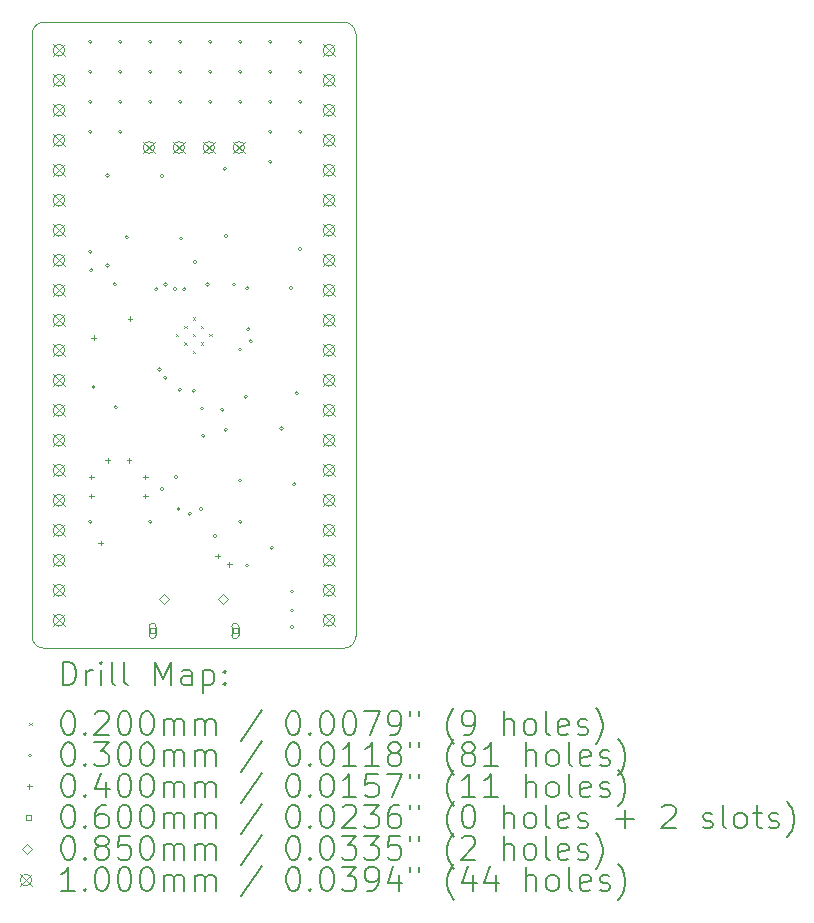
<source format=gbr>
%TF.GenerationSoftware,KiCad,Pcbnew,8.0.4*%
%TF.CreationDate,2025-08-17T23:08:20+02:00*%
%TF.ProjectId,stm32l432kcu6_eval,73746d33-326c-4343-9332-6b6375365f65,rev?*%
%TF.SameCoordinates,Original*%
%TF.FileFunction,Drillmap*%
%TF.FilePolarity,Positive*%
%FSLAX45Y45*%
G04 Gerber Fmt 4.5, Leading zero omitted, Abs format (unit mm)*
G04 Created by KiCad (PCBNEW 8.0.4) date 2025-08-17 23:08:20*
%MOMM*%
%LPD*%
G01*
G04 APERTURE LIST*
%ADD10C,0.050000*%
%ADD11C,0.200000*%
%ADD12C,0.100000*%
G04 APERTURE END LIST*
D10*
X13630000Y-7450000D02*
G75*
G02*
X13730000Y-7350000I100000J0D01*
G01*
X16370000Y-7450000D02*
X16370000Y-12550000D01*
X16270000Y-7350000D02*
G75*
G02*
X16370000Y-7450000I0J-100000D01*
G01*
X16370000Y-12550000D02*
G75*
G02*
X16270000Y-12650000I-100000J0D01*
G01*
X13730000Y-12650000D02*
G75*
G02*
X13630000Y-12550000I0J100000D01*
G01*
X16270000Y-12650000D02*
X13730000Y-12650000D01*
X13630000Y-12550000D02*
X13630000Y-7450000D01*
X13730000Y-7350000D02*
X16270000Y-7350000D01*
D11*
D12*
X14848579Y-9990000D02*
X14868579Y-10010000D01*
X14868579Y-9990000D02*
X14848579Y-10010000D01*
X14919289Y-9919289D02*
X14939289Y-9939289D01*
X14939289Y-9919289D02*
X14919289Y-9939289D01*
X14919289Y-10060711D02*
X14939289Y-10080711D01*
X14939289Y-10060711D02*
X14919289Y-10080711D01*
X14990000Y-9848579D02*
X15010000Y-9868579D01*
X15010000Y-9848579D02*
X14990000Y-9868579D01*
X14990000Y-9990000D02*
X15010000Y-10010000D01*
X15010000Y-9990000D02*
X14990000Y-10010000D01*
X14990000Y-10131421D02*
X15010000Y-10151421D01*
X15010000Y-10131421D02*
X14990000Y-10151421D01*
X15060711Y-9919289D02*
X15080711Y-9939289D01*
X15080711Y-9919289D02*
X15060711Y-9939289D01*
X15060711Y-10060711D02*
X15080711Y-10080711D01*
X15080711Y-10060711D02*
X15060711Y-10080711D01*
X15131421Y-9990000D02*
X15151421Y-10010000D01*
X15151421Y-9990000D02*
X15131421Y-10010000D01*
X14137456Y-7514175D02*
G75*
G02*
X14107456Y-7514175I-15000J0D01*
G01*
X14107456Y-7514175D02*
G75*
G02*
X14137456Y-7514175I15000J0D01*
G01*
X14137456Y-7768175D02*
G75*
G02*
X14107456Y-7768175I-15000J0D01*
G01*
X14107456Y-7768175D02*
G75*
G02*
X14137456Y-7768175I15000J0D01*
G01*
X14137456Y-8022175D02*
G75*
G02*
X14107456Y-8022175I-15000J0D01*
G01*
X14107456Y-8022175D02*
G75*
G02*
X14137456Y-8022175I15000J0D01*
G01*
X14137456Y-8276175D02*
G75*
G02*
X14107456Y-8276175I-15000J0D01*
G01*
X14107456Y-8276175D02*
G75*
G02*
X14137456Y-8276175I15000J0D01*
G01*
X14137456Y-9292175D02*
G75*
G02*
X14107456Y-9292175I-15000J0D01*
G01*
X14107456Y-9292175D02*
G75*
G02*
X14137456Y-9292175I15000J0D01*
G01*
X14137456Y-11578175D02*
G75*
G02*
X14107456Y-11578175I-15000J0D01*
G01*
X14107456Y-11578175D02*
G75*
G02*
X14137456Y-11578175I15000J0D01*
G01*
X14145000Y-9450000D02*
G75*
G02*
X14115000Y-9450000I-15000J0D01*
G01*
X14115000Y-9450000D02*
G75*
G02*
X14145000Y-9450000I15000J0D01*
G01*
X14165000Y-10440000D02*
G75*
G02*
X14135000Y-10440000I-15000J0D01*
G01*
X14135000Y-10440000D02*
G75*
G02*
X14165000Y-10440000I15000J0D01*
G01*
X14285000Y-8647500D02*
G75*
G02*
X14255000Y-8647500I-15000J0D01*
G01*
X14255000Y-8647500D02*
G75*
G02*
X14285000Y-8647500I15000J0D01*
G01*
X14285000Y-9410000D02*
G75*
G02*
X14255000Y-9410000I-15000J0D01*
G01*
X14255000Y-9410000D02*
G75*
G02*
X14285000Y-9410000I15000J0D01*
G01*
X14345000Y-9570000D02*
G75*
G02*
X14315000Y-9570000I-15000J0D01*
G01*
X14315000Y-9570000D02*
G75*
G02*
X14345000Y-9570000I15000J0D01*
G01*
X14355000Y-10610000D02*
G75*
G02*
X14325000Y-10610000I-15000J0D01*
G01*
X14325000Y-10610000D02*
G75*
G02*
X14355000Y-10610000I15000J0D01*
G01*
X14391456Y-7514175D02*
G75*
G02*
X14361456Y-7514175I-15000J0D01*
G01*
X14361456Y-7514175D02*
G75*
G02*
X14391456Y-7514175I15000J0D01*
G01*
X14391456Y-7768175D02*
G75*
G02*
X14361456Y-7768175I-15000J0D01*
G01*
X14361456Y-7768175D02*
G75*
G02*
X14391456Y-7768175I15000J0D01*
G01*
X14391456Y-8022175D02*
G75*
G02*
X14361456Y-8022175I-15000J0D01*
G01*
X14361456Y-8022175D02*
G75*
G02*
X14391456Y-8022175I15000J0D01*
G01*
X14391456Y-8276175D02*
G75*
G02*
X14361456Y-8276175I-15000J0D01*
G01*
X14361456Y-8276175D02*
G75*
G02*
X14391456Y-8276175I15000J0D01*
G01*
X14445000Y-9170000D02*
G75*
G02*
X14415000Y-9170000I-15000J0D01*
G01*
X14415000Y-9170000D02*
G75*
G02*
X14445000Y-9170000I15000J0D01*
G01*
X14645456Y-7514175D02*
G75*
G02*
X14615456Y-7514175I-15000J0D01*
G01*
X14615456Y-7514175D02*
G75*
G02*
X14645456Y-7514175I15000J0D01*
G01*
X14645456Y-7768175D02*
G75*
G02*
X14615456Y-7768175I-15000J0D01*
G01*
X14615456Y-7768175D02*
G75*
G02*
X14645456Y-7768175I15000J0D01*
G01*
X14645456Y-8022175D02*
G75*
G02*
X14615456Y-8022175I-15000J0D01*
G01*
X14615456Y-8022175D02*
G75*
G02*
X14645456Y-8022175I15000J0D01*
G01*
X14645456Y-11578175D02*
G75*
G02*
X14615456Y-11578175I-15000J0D01*
G01*
X14615456Y-11578175D02*
G75*
G02*
X14645456Y-11578175I15000J0D01*
G01*
X14695000Y-9610000D02*
G75*
G02*
X14665000Y-9610000I-15000J0D01*
G01*
X14665000Y-9610000D02*
G75*
G02*
X14695000Y-9610000I15000J0D01*
G01*
X14722500Y-10290000D02*
G75*
G02*
X14692500Y-10290000I-15000J0D01*
G01*
X14692500Y-10290000D02*
G75*
G02*
X14722500Y-10290000I15000J0D01*
G01*
X14745000Y-8650000D02*
G75*
G02*
X14715000Y-8650000I-15000J0D01*
G01*
X14715000Y-8650000D02*
G75*
G02*
X14745000Y-8650000I15000J0D01*
G01*
X14745000Y-11300000D02*
G75*
G02*
X14715000Y-11300000I-15000J0D01*
G01*
X14715000Y-11300000D02*
G75*
G02*
X14745000Y-11300000I15000J0D01*
G01*
X14772500Y-10360000D02*
G75*
G02*
X14742500Y-10360000I-15000J0D01*
G01*
X14742500Y-10360000D02*
G75*
G02*
X14772500Y-10360000I15000J0D01*
G01*
X14775000Y-9570000D02*
G75*
G02*
X14745000Y-9570000I-15000J0D01*
G01*
X14745000Y-9570000D02*
G75*
G02*
X14775000Y-9570000I15000J0D01*
G01*
X14855000Y-9610000D02*
G75*
G02*
X14825000Y-9610000I-15000J0D01*
G01*
X14825000Y-9610000D02*
G75*
G02*
X14855000Y-9610000I15000J0D01*
G01*
X14865000Y-11200000D02*
G75*
G02*
X14835000Y-11200000I-15000J0D01*
G01*
X14835000Y-11200000D02*
G75*
G02*
X14865000Y-11200000I15000J0D01*
G01*
X14885000Y-11470000D02*
G75*
G02*
X14855000Y-11470000I-15000J0D01*
G01*
X14855000Y-11470000D02*
G75*
G02*
X14885000Y-11470000I15000J0D01*
G01*
X14895000Y-10460000D02*
G75*
G02*
X14865000Y-10460000I-15000J0D01*
G01*
X14865000Y-10460000D02*
G75*
G02*
X14895000Y-10460000I15000J0D01*
G01*
X14899456Y-7514175D02*
G75*
G02*
X14869456Y-7514175I-15000J0D01*
G01*
X14869456Y-7514175D02*
G75*
G02*
X14899456Y-7514175I15000J0D01*
G01*
X14899456Y-7768175D02*
G75*
G02*
X14869456Y-7768175I-15000J0D01*
G01*
X14869456Y-7768175D02*
G75*
G02*
X14899456Y-7768175I15000J0D01*
G01*
X14899456Y-8022175D02*
G75*
G02*
X14869456Y-8022175I-15000J0D01*
G01*
X14869456Y-8022175D02*
G75*
G02*
X14899456Y-8022175I15000J0D01*
G01*
X14905000Y-9180000D02*
G75*
G02*
X14875000Y-9180000I-15000J0D01*
G01*
X14875000Y-9180000D02*
G75*
G02*
X14905000Y-9180000I15000J0D01*
G01*
X14935000Y-9610000D02*
G75*
G02*
X14905000Y-9610000I-15000J0D01*
G01*
X14905000Y-9610000D02*
G75*
G02*
X14935000Y-9610000I15000J0D01*
G01*
X14980000Y-11510000D02*
G75*
G02*
X14950000Y-11510000I-15000J0D01*
G01*
X14950000Y-11510000D02*
G75*
G02*
X14980000Y-11510000I15000J0D01*
G01*
X15015000Y-10470000D02*
G75*
G02*
X14985000Y-10470000I-15000J0D01*
G01*
X14985000Y-10470000D02*
G75*
G02*
X15015000Y-10470000I15000J0D01*
G01*
X15025000Y-9380000D02*
G75*
G02*
X14995000Y-9380000I-15000J0D01*
G01*
X14995000Y-9380000D02*
G75*
G02*
X15025000Y-9380000I15000J0D01*
G01*
X15075000Y-11470000D02*
G75*
G02*
X15045000Y-11470000I-15000J0D01*
G01*
X15045000Y-11470000D02*
G75*
G02*
X15075000Y-11470000I15000J0D01*
G01*
X15085000Y-10620000D02*
G75*
G02*
X15055000Y-10620000I-15000J0D01*
G01*
X15055000Y-10620000D02*
G75*
G02*
X15085000Y-10620000I15000J0D01*
G01*
X15095000Y-10850000D02*
G75*
G02*
X15065000Y-10850000I-15000J0D01*
G01*
X15065000Y-10850000D02*
G75*
G02*
X15095000Y-10850000I15000J0D01*
G01*
X15129154Y-9570000D02*
G75*
G02*
X15099154Y-9570000I-15000J0D01*
G01*
X15099154Y-9570000D02*
G75*
G02*
X15129154Y-9570000I15000J0D01*
G01*
X15153456Y-7514175D02*
G75*
G02*
X15123456Y-7514175I-15000J0D01*
G01*
X15123456Y-7514175D02*
G75*
G02*
X15153456Y-7514175I15000J0D01*
G01*
X15153456Y-7768175D02*
G75*
G02*
X15123456Y-7768175I-15000J0D01*
G01*
X15123456Y-7768175D02*
G75*
G02*
X15153456Y-7768175I15000J0D01*
G01*
X15153456Y-8022175D02*
G75*
G02*
X15123456Y-8022175I-15000J0D01*
G01*
X15123456Y-8022175D02*
G75*
G02*
X15153456Y-8022175I15000J0D01*
G01*
X15195000Y-11700000D02*
G75*
G02*
X15165000Y-11700000I-15000J0D01*
G01*
X15165000Y-11700000D02*
G75*
G02*
X15195000Y-11700000I15000J0D01*
G01*
X15255000Y-10630000D02*
G75*
G02*
X15225000Y-10630000I-15000J0D01*
G01*
X15225000Y-10630000D02*
G75*
G02*
X15255000Y-10630000I15000J0D01*
G01*
X15275000Y-8590000D02*
G75*
G02*
X15245000Y-8590000I-15000J0D01*
G01*
X15245000Y-8590000D02*
G75*
G02*
X15275000Y-8590000I15000J0D01*
G01*
X15285000Y-9160000D02*
G75*
G02*
X15255000Y-9160000I-15000J0D01*
G01*
X15255000Y-9160000D02*
G75*
G02*
X15285000Y-9160000I15000J0D01*
G01*
X15285000Y-10800000D02*
G75*
G02*
X15255000Y-10800000I-15000J0D01*
G01*
X15255000Y-10800000D02*
G75*
G02*
X15285000Y-10800000I15000J0D01*
G01*
X15355000Y-9570000D02*
G75*
G02*
X15325000Y-9570000I-15000J0D01*
G01*
X15325000Y-9570000D02*
G75*
G02*
X15355000Y-9570000I15000J0D01*
G01*
X15405000Y-10120000D02*
G75*
G02*
X15375000Y-10120000I-15000J0D01*
G01*
X15375000Y-10120000D02*
G75*
G02*
X15405000Y-10120000I15000J0D01*
G01*
X15405000Y-11230000D02*
G75*
G02*
X15375000Y-11230000I-15000J0D01*
G01*
X15375000Y-11230000D02*
G75*
G02*
X15405000Y-11230000I15000J0D01*
G01*
X15407456Y-7514175D02*
G75*
G02*
X15377456Y-7514175I-15000J0D01*
G01*
X15377456Y-7514175D02*
G75*
G02*
X15407456Y-7514175I15000J0D01*
G01*
X15407456Y-7768175D02*
G75*
G02*
X15377456Y-7768175I-15000J0D01*
G01*
X15377456Y-7768175D02*
G75*
G02*
X15407456Y-7768175I15000J0D01*
G01*
X15407456Y-8022175D02*
G75*
G02*
X15377456Y-8022175I-15000J0D01*
G01*
X15377456Y-8022175D02*
G75*
G02*
X15407456Y-8022175I15000J0D01*
G01*
X15407456Y-11578175D02*
G75*
G02*
X15377456Y-11578175I-15000J0D01*
G01*
X15377456Y-11578175D02*
G75*
G02*
X15407456Y-11578175I15000J0D01*
G01*
X15455000Y-10520000D02*
G75*
G02*
X15425000Y-10520000I-15000J0D01*
G01*
X15425000Y-10520000D02*
G75*
G02*
X15455000Y-10520000I15000J0D01*
G01*
X15465000Y-9602500D02*
G75*
G02*
X15435000Y-9602500I-15000J0D01*
G01*
X15435000Y-9602500D02*
G75*
G02*
X15465000Y-9602500I15000J0D01*
G01*
X15465000Y-11948125D02*
G75*
G02*
X15435000Y-11948125I-15000J0D01*
G01*
X15435000Y-11948125D02*
G75*
G02*
X15465000Y-11948125I15000J0D01*
G01*
X15475000Y-9948735D02*
G75*
G02*
X15445000Y-9948735I-15000J0D01*
G01*
X15445000Y-9948735D02*
G75*
G02*
X15475000Y-9948735I15000J0D01*
G01*
X15495000Y-10051265D02*
G75*
G02*
X15465000Y-10051265I-15000J0D01*
G01*
X15465000Y-10051265D02*
G75*
G02*
X15495000Y-10051265I15000J0D01*
G01*
X15661456Y-7514175D02*
G75*
G02*
X15631456Y-7514175I-15000J0D01*
G01*
X15631456Y-7514175D02*
G75*
G02*
X15661456Y-7514175I15000J0D01*
G01*
X15661456Y-7768175D02*
G75*
G02*
X15631456Y-7768175I-15000J0D01*
G01*
X15631456Y-7768175D02*
G75*
G02*
X15661456Y-7768175I15000J0D01*
G01*
X15661456Y-8022175D02*
G75*
G02*
X15631456Y-8022175I-15000J0D01*
G01*
X15631456Y-8022175D02*
G75*
G02*
X15661456Y-8022175I15000J0D01*
G01*
X15661456Y-8276175D02*
G75*
G02*
X15631456Y-8276175I-15000J0D01*
G01*
X15631456Y-8276175D02*
G75*
G02*
X15661456Y-8276175I15000J0D01*
G01*
X15661456Y-8530175D02*
G75*
G02*
X15631456Y-8530175I-15000J0D01*
G01*
X15631456Y-8530175D02*
G75*
G02*
X15661456Y-8530175I15000J0D01*
G01*
X15675000Y-11800000D02*
G75*
G02*
X15645000Y-11800000I-15000J0D01*
G01*
X15645000Y-11800000D02*
G75*
G02*
X15675000Y-11800000I15000J0D01*
G01*
X15755000Y-10790000D02*
G75*
G02*
X15725000Y-10790000I-15000J0D01*
G01*
X15725000Y-10790000D02*
G75*
G02*
X15755000Y-10790000I15000J0D01*
G01*
X15835000Y-9600000D02*
G75*
G02*
X15805000Y-9600000I-15000J0D01*
G01*
X15805000Y-9600000D02*
G75*
G02*
X15835000Y-9600000I15000J0D01*
G01*
X15845000Y-12170000D02*
G75*
G02*
X15815000Y-12170000I-15000J0D01*
G01*
X15815000Y-12170000D02*
G75*
G02*
X15845000Y-12170000I15000J0D01*
G01*
X15845000Y-12330000D02*
G75*
G02*
X15815000Y-12330000I-15000J0D01*
G01*
X15815000Y-12330000D02*
G75*
G02*
X15845000Y-12330000I15000J0D01*
G01*
X15845000Y-12470000D02*
G75*
G02*
X15815000Y-12470000I-15000J0D01*
G01*
X15815000Y-12470000D02*
G75*
G02*
X15845000Y-12470000I15000J0D01*
G01*
X15865000Y-11260000D02*
G75*
G02*
X15835000Y-11260000I-15000J0D01*
G01*
X15835000Y-11260000D02*
G75*
G02*
X15865000Y-11260000I15000J0D01*
G01*
X15885000Y-10490000D02*
G75*
G02*
X15855000Y-10490000I-15000J0D01*
G01*
X15855000Y-10490000D02*
G75*
G02*
X15885000Y-10490000I15000J0D01*
G01*
X15915000Y-9270000D02*
G75*
G02*
X15885000Y-9270000I-15000J0D01*
G01*
X15885000Y-9270000D02*
G75*
G02*
X15915000Y-9270000I15000J0D01*
G01*
X15915456Y-7514175D02*
G75*
G02*
X15885456Y-7514175I-15000J0D01*
G01*
X15885456Y-7514175D02*
G75*
G02*
X15915456Y-7514175I15000J0D01*
G01*
X15915456Y-7768175D02*
G75*
G02*
X15885456Y-7768175I-15000J0D01*
G01*
X15885456Y-7768175D02*
G75*
G02*
X15915456Y-7768175I15000J0D01*
G01*
X15915456Y-8022175D02*
G75*
G02*
X15885456Y-8022175I-15000J0D01*
G01*
X15885456Y-8022175D02*
G75*
G02*
X15915456Y-8022175I15000J0D01*
G01*
X15915456Y-8276175D02*
G75*
G02*
X15885456Y-8276175I-15000J0D01*
G01*
X15885456Y-8276175D02*
G75*
G02*
X15915456Y-8276175I15000J0D01*
G01*
X14130000Y-11180000D02*
X14130000Y-11220000D01*
X14110000Y-11200000D02*
X14150000Y-11200000D01*
X14130000Y-11340000D02*
X14130000Y-11380000D01*
X14110000Y-11360000D02*
X14150000Y-11360000D01*
X14150000Y-10000000D02*
X14150000Y-10040000D01*
X14130000Y-10020000D02*
X14170000Y-10020000D01*
X14210000Y-11740000D02*
X14210000Y-11780000D01*
X14190000Y-11760000D02*
X14230000Y-11760000D01*
X14270000Y-11040000D02*
X14270000Y-11080000D01*
X14250000Y-11060000D02*
X14290000Y-11060000D01*
X14450000Y-11040000D02*
X14450000Y-11080000D01*
X14430000Y-11060000D02*
X14470000Y-11060000D01*
X14460000Y-9840000D02*
X14460000Y-9880000D01*
X14440000Y-9860000D02*
X14480000Y-9860000D01*
X14590000Y-11180000D02*
X14590000Y-11220000D01*
X14570000Y-11200000D02*
X14610000Y-11200000D01*
X14590000Y-11340000D02*
X14590000Y-11380000D01*
X14570000Y-11360000D02*
X14610000Y-11360000D01*
X15200000Y-11850000D02*
X15200000Y-11890000D01*
X15180000Y-11870000D02*
X15220000Y-11870000D01*
X15300000Y-11920000D02*
X15300000Y-11960000D01*
X15280000Y-11940000D02*
X15320000Y-11940000D01*
X14671213Y-12524963D02*
X14671213Y-12482537D01*
X14628787Y-12482537D01*
X14628787Y-12524963D01*
X14671213Y-12524963D01*
X14680000Y-12538750D02*
X14680000Y-12468750D01*
X14620000Y-12468750D02*
G75*
G02*
X14680000Y-12468750I30000J0D01*
G01*
X14620000Y-12468750D02*
X14620000Y-12538750D01*
X14620000Y-12538750D02*
G75*
G03*
X14680000Y-12538750I30000J0D01*
G01*
X15371213Y-12524963D02*
X15371213Y-12482537D01*
X15328787Y-12482537D01*
X15328787Y-12524963D01*
X15371213Y-12524963D01*
X15320000Y-12468750D02*
X15320000Y-12538750D01*
X15380000Y-12538750D02*
G75*
G02*
X15320000Y-12538750I-30000J0D01*
G01*
X15380000Y-12538750D02*
X15380000Y-12468750D01*
X15380000Y-12468750D02*
G75*
G03*
X15320000Y-12468750I-30000J0D01*
G01*
X14750000Y-12276250D02*
X14792500Y-12233750D01*
X14750000Y-12191250D01*
X14707500Y-12233750D01*
X14750000Y-12276250D01*
X15250000Y-12276250D02*
X15292500Y-12233750D01*
X15250000Y-12191250D01*
X15207500Y-12233750D01*
X15250000Y-12276250D01*
X13807000Y-7537000D02*
X13907000Y-7637000D01*
X13907000Y-7537000D02*
X13807000Y-7637000D01*
X13907000Y-7587000D02*
G75*
G02*
X13807000Y-7587000I-50000J0D01*
G01*
X13807000Y-7587000D02*
G75*
G02*
X13907000Y-7587000I50000J0D01*
G01*
X13807000Y-7791000D02*
X13907000Y-7891000D01*
X13907000Y-7791000D02*
X13807000Y-7891000D01*
X13907000Y-7841000D02*
G75*
G02*
X13807000Y-7841000I-50000J0D01*
G01*
X13807000Y-7841000D02*
G75*
G02*
X13907000Y-7841000I50000J0D01*
G01*
X13807000Y-8045000D02*
X13907000Y-8145000D01*
X13907000Y-8045000D02*
X13807000Y-8145000D01*
X13907000Y-8095000D02*
G75*
G02*
X13807000Y-8095000I-50000J0D01*
G01*
X13807000Y-8095000D02*
G75*
G02*
X13907000Y-8095000I50000J0D01*
G01*
X13807000Y-8299000D02*
X13907000Y-8399000D01*
X13907000Y-8299000D02*
X13807000Y-8399000D01*
X13907000Y-8349000D02*
G75*
G02*
X13807000Y-8349000I-50000J0D01*
G01*
X13807000Y-8349000D02*
G75*
G02*
X13907000Y-8349000I50000J0D01*
G01*
X13807000Y-8553000D02*
X13907000Y-8653000D01*
X13907000Y-8553000D02*
X13807000Y-8653000D01*
X13907000Y-8603000D02*
G75*
G02*
X13807000Y-8603000I-50000J0D01*
G01*
X13807000Y-8603000D02*
G75*
G02*
X13907000Y-8603000I50000J0D01*
G01*
X13807000Y-8807000D02*
X13907000Y-8907000D01*
X13907000Y-8807000D02*
X13807000Y-8907000D01*
X13907000Y-8857000D02*
G75*
G02*
X13807000Y-8857000I-50000J0D01*
G01*
X13807000Y-8857000D02*
G75*
G02*
X13907000Y-8857000I50000J0D01*
G01*
X13807000Y-9061000D02*
X13907000Y-9161000D01*
X13907000Y-9061000D02*
X13807000Y-9161000D01*
X13907000Y-9111000D02*
G75*
G02*
X13807000Y-9111000I-50000J0D01*
G01*
X13807000Y-9111000D02*
G75*
G02*
X13907000Y-9111000I50000J0D01*
G01*
X13807000Y-9315000D02*
X13907000Y-9415000D01*
X13907000Y-9315000D02*
X13807000Y-9415000D01*
X13907000Y-9365000D02*
G75*
G02*
X13807000Y-9365000I-50000J0D01*
G01*
X13807000Y-9365000D02*
G75*
G02*
X13907000Y-9365000I50000J0D01*
G01*
X13807000Y-9569000D02*
X13907000Y-9669000D01*
X13907000Y-9569000D02*
X13807000Y-9669000D01*
X13907000Y-9619000D02*
G75*
G02*
X13807000Y-9619000I-50000J0D01*
G01*
X13807000Y-9619000D02*
G75*
G02*
X13907000Y-9619000I50000J0D01*
G01*
X13807000Y-9823000D02*
X13907000Y-9923000D01*
X13907000Y-9823000D02*
X13807000Y-9923000D01*
X13907000Y-9873000D02*
G75*
G02*
X13807000Y-9873000I-50000J0D01*
G01*
X13807000Y-9873000D02*
G75*
G02*
X13907000Y-9873000I50000J0D01*
G01*
X13807000Y-10077000D02*
X13907000Y-10177000D01*
X13907000Y-10077000D02*
X13807000Y-10177000D01*
X13907000Y-10127000D02*
G75*
G02*
X13807000Y-10127000I-50000J0D01*
G01*
X13807000Y-10127000D02*
G75*
G02*
X13907000Y-10127000I50000J0D01*
G01*
X13807000Y-10331000D02*
X13907000Y-10431000D01*
X13907000Y-10331000D02*
X13807000Y-10431000D01*
X13907000Y-10381000D02*
G75*
G02*
X13807000Y-10381000I-50000J0D01*
G01*
X13807000Y-10381000D02*
G75*
G02*
X13907000Y-10381000I50000J0D01*
G01*
X13807000Y-10585000D02*
X13907000Y-10685000D01*
X13907000Y-10585000D02*
X13807000Y-10685000D01*
X13907000Y-10635000D02*
G75*
G02*
X13807000Y-10635000I-50000J0D01*
G01*
X13807000Y-10635000D02*
G75*
G02*
X13907000Y-10635000I50000J0D01*
G01*
X13807000Y-10839000D02*
X13907000Y-10939000D01*
X13907000Y-10839000D02*
X13807000Y-10939000D01*
X13907000Y-10889000D02*
G75*
G02*
X13807000Y-10889000I-50000J0D01*
G01*
X13807000Y-10889000D02*
G75*
G02*
X13907000Y-10889000I50000J0D01*
G01*
X13807000Y-11093000D02*
X13907000Y-11193000D01*
X13907000Y-11093000D02*
X13807000Y-11193000D01*
X13907000Y-11143000D02*
G75*
G02*
X13807000Y-11143000I-50000J0D01*
G01*
X13807000Y-11143000D02*
G75*
G02*
X13907000Y-11143000I50000J0D01*
G01*
X13807000Y-11347000D02*
X13907000Y-11447000D01*
X13907000Y-11347000D02*
X13807000Y-11447000D01*
X13907000Y-11397000D02*
G75*
G02*
X13807000Y-11397000I-50000J0D01*
G01*
X13807000Y-11397000D02*
G75*
G02*
X13907000Y-11397000I50000J0D01*
G01*
X13807000Y-11601000D02*
X13907000Y-11701000D01*
X13907000Y-11601000D02*
X13807000Y-11701000D01*
X13907000Y-11651000D02*
G75*
G02*
X13807000Y-11651000I-50000J0D01*
G01*
X13807000Y-11651000D02*
G75*
G02*
X13907000Y-11651000I50000J0D01*
G01*
X13807000Y-11855000D02*
X13907000Y-11955000D01*
X13907000Y-11855000D02*
X13807000Y-11955000D01*
X13907000Y-11905000D02*
G75*
G02*
X13807000Y-11905000I-50000J0D01*
G01*
X13807000Y-11905000D02*
G75*
G02*
X13907000Y-11905000I50000J0D01*
G01*
X13807000Y-12109000D02*
X13907000Y-12209000D01*
X13907000Y-12109000D02*
X13807000Y-12209000D01*
X13907000Y-12159000D02*
G75*
G02*
X13807000Y-12159000I-50000J0D01*
G01*
X13807000Y-12159000D02*
G75*
G02*
X13907000Y-12159000I50000J0D01*
G01*
X13807000Y-12363000D02*
X13907000Y-12463000D01*
X13907000Y-12363000D02*
X13807000Y-12463000D01*
X13907000Y-12413000D02*
G75*
G02*
X13807000Y-12413000I-50000J0D01*
G01*
X13807000Y-12413000D02*
G75*
G02*
X13907000Y-12413000I50000J0D01*
G01*
X14569000Y-8360000D02*
X14669000Y-8460000D01*
X14669000Y-8360000D02*
X14569000Y-8460000D01*
X14669000Y-8410000D02*
G75*
G02*
X14569000Y-8410000I-50000J0D01*
G01*
X14569000Y-8410000D02*
G75*
G02*
X14669000Y-8410000I50000J0D01*
G01*
X14823000Y-8360000D02*
X14923000Y-8460000D01*
X14923000Y-8360000D02*
X14823000Y-8460000D01*
X14923000Y-8410000D02*
G75*
G02*
X14823000Y-8410000I-50000J0D01*
G01*
X14823000Y-8410000D02*
G75*
G02*
X14923000Y-8410000I50000J0D01*
G01*
X15077000Y-8360000D02*
X15177000Y-8460000D01*
X15177000Y-8360000D02*
X15077000Y-8460000D01*
X15177000Y-8410000D02*
G75*
G02*
X15077000Y-8410000I-50000J0D01*
G01*
X15077000Y-8410000D02*
G75*
G02*
X15177000Y-8410000I50000J0D01*
G01*
X15331000Y-8360000D02*
X15431000Y-8460000D01*
X15431000Y-8360000D02*
X15331000Y-8460000D01*
X15431000Y-8410000D02*
G75*
G02*
X15331000Y-8410000I-50000J0D01*
G01*
X15331000Y-8410000D02*
G75*
G02*
X15431000Y-8410000I50000J0D01*
G01*
X16093000Y-7537000D02*
X16193000Y-7637000D01*
X16193000Y-7537000D02*
X16093000Y-7637000D01*
X16193000Y-7587000D02*
G75*
G02*
X16093000Y-7587000I-50000J0D01*
G01*
X16093000Y-7587000D02*
G75*
G02*
X16193000Y-7587000I50000J0D01*
G01*
X16093000Y-7791000D02*
X16193000Y-7891000D01*
X16193000Y-7791000D02*
X16093000Y-7891000D01*
X16193000Y-7841000D02*
G75*
G02*
X16093000Y-7841000I-50000J0D01*
G01*
X16093000Y-7841000D02*
G75*
G02*
X16193000Y-7841000I50000J0D01*
G01*
X16093000Y-8045000D02*
X16193000Y-8145000D01*
X16193000Y-8045000D02*
X16093000Y-8145000D01*
X16193000Y-8095000D02*
G75*
G02*
X16093000Y-8095000I-50000J0D01*
G01*
X16093000Y-8095000D02*
G75*
G02*
X16193000Y-8095000I50000J0D01*
G01*
X16093000Y-8299000D02*
X16193000Y-8399000D01*
X16193000Y-8299000D02*
X16093000Y-8399000D01*
X16193000Y-8349000D02*
G75*
G02*
X16093000Y-8349000I-50000J0D01*
G01*
X16093000Y-8349000D02*
G75*
G02*
X16193000Y-8349000I50000J0D01*
G01*
X16093000Y-8553000D02*
X16193000Y-8653000D01*
X16193000Y-8553000D02*
X16093000Y-8653000D01*
X16193000Y-8603000D02*
G75*
G02*
X16093000Y-8603000I-50000J0D01*
G01*
X16093000Y-8603000D02*
G75*
G02*
X16193000Y-8603000I50000J0D01*
G01*
X16093000Y-8807000D02*
X16193000Y-8907000D01*
X16193000Y-8807000D02*
X16093000Y-8907000D01*
X16193000Y-8857000D02*
G75*
G02*
X16093000Y-8857000I-50000J0D01*
G01*
X16093000Y-8857000D02*
G75*
G02*
X16193000Y-8857000I50000J0D01*
G01*
X16093000Y-9061000D02*
X16193000Y-9161000D01*
X16193000Y-9061000D02*
X16093000Y-9161000D01*
X16193000Y-9111000D02*
G75*
G02*
X16093000Y-9111000I-50000J0D01*
G01*
X16093000Y-9111000D02*
G75*
G02*
X16193000Y-9111000I50000J0D01*
G01*
X16093000Y-9315000D02*
X16193000Y-9415000D01*
X16193000Y-9315000D02*
X16093000Y-9415000D01*
X16193000Y-9365000D02*
G75*
G02*
X16093000Y-9365000I-50000J0D01*
G01*
X16093000Y-9365000D02*
G75*
G02*
X16193000Y-9365000I50000J0D01*
G01*
X16093000Y-9569000D02*
X16193000Y-9669000D01*
X16193000Y-9569000D02*
X16093000Y-9669000D01*
X16193000Y-9619000D02*
G75*
G02*
X16093000Y-9619000I-50000J0D01*
G01*
X16093000Y-9619000D02*
G75*
G02*
X16193000Y-9619000I50000J0D01*
G01*
X16093000Y-9823000D02*
X16193000Y-9923000D01*
X16193000Y-9823000D02*
X16093000Y-9923000D01*
X16193000Y-9873000D02*
G75*
G02*
X16093000Y-9873000I-50000J0D01*
G01*
X16093000Y-9873000D02*
G75*
G02*
X16193000Y-9873000I50000J0D01*
G01*
X16093000Y-10077000D02*
X16193000Y-10177000D01*
X16193000Y-10077000D02*
X16093000Y-10177000D01*
X16193000Y-10127000D02*
G75*
G02*
X16093000Y-10127000I-50000J0D01*
G01*
X16093000Y-10127000D02*
G75*
G02*
X16193000Y-10127000I50000J0D01*
G01*
X16093000Y-10331000D02*
X16193000Y-10431000D01*
X16193000Y-10331000D02*
X16093000Y-10431000D01*
X16193000Y-10381000D02*
G75*
G02*
X16093000Y-10381000I-50000J0D01*
G01*
X16093000Y-10381000D02*
G75*
G02*
X16193000Y-10381000I50000J0D01*
G01*
X16093000Y-10585000D02*
X16193000Y-10685000D01*
X16193000Y-10585000D02*
X16093000Y-10685000D01*
X16193000Y-10635000D02*
G75*
G02*
X16093000Y-10635000I-50000J0D01*
G01*
X16093000Y-10635000D02*
G75*
G02*
X16193000Y-10635000I50000J0D01*
G01*
X16093000Y-10839000D02*
X16193000Y-10939000D01*
X16193000Y-10839000D02*
X16093000Y-10939000D01*
X16193000Y-10889000D02*
G75*
G02*
X16093000Y-10889000I-50000J0D01*
G01*
X16093000Y-10889000D02*
G75*
G02*
X16193000Y-10889000I50000J0D01*
G01*
X16093000Y-11093000D02*
X16193000Y-11193000D01*
X16193000Y-11093000D02*
X16093000Y-11193000D01*
X16193000Y-11143000D02*
G75*
G02*
X16093000Y-11143000I-50000J0D01*
G01*
X16093000Y-11143000D02*
G75*
G02*
X16193000Y-11143000I50000J0D01*
G01*
X16093000Y-11347000D02*
X16193000Y-11447000D01*
X16193000Y-11347000D02*
X16093000Y-11447000D01*
X16193000Y-11397000D02*
G75*
G02*
X16093000Y-11397000I-50000J0D01*
G01*
X16093000Y-11397000D02*
G75*
G02*
X16193000Y-11397000I50000J0D01*
G01*
X16093000Y-11601000D02*
X16193000Y-11701000D01*
X16193000Y-11601000D02*
X16093000Y-11701000D01*
X16193000Y-11651000D02*
G75*
G02*
X16093000Y-11651000I-50000J0D01*
G01*
X16093000Y-11651000D02*
G75*
G02*
X16193000Y-11651000I50000J0D01*
G01*
X16093000Y-11855000D02*
X16193000Y-11955000D01*
X16193000Y-11855000D02*
X16093000Y-11955000D01*
X16193000Y-11905000D02*
G75*
G02*
X16093000Y-11905000I-50000J0D01*
G01*
X16093000Y-11905000D02*
G75*
G02*
X16193000Y-11905000I50000J0D01*
G01*
X16093000Y-12109000D02*
X16193000Y-12209000D01*
X16193000Y-12109000D02*
X16093000Y-12209000D01*
X16193000Y-12159000D02*
G75*
G02*
X16093000Y-12159000I-50000J0D01*
G01*
X16093000Y-12159000D02*
G75*
G02*
X16193000Y-12159000I50000J0D01*
G01*
X16093000Y-12363000D02*
X16193000Y-12463000D01*
X16193000Y-12363000D02*
X16093000Y-12463000D01*
X16193000Y-12413000D02*
G75*
G02*
X16093000Y-12413000I-50000J0D01*
G01*
X16093000Y-12413000D02*
G75*
G02*
X16193000Y-12413000I50000J0D01*
G01*
D11*
X13888277Y-12963984D02*
X13888277Y-12763984D01*
X13888277Y-12763984D02*
X13935896Y-12763984D01*
X13935896Y-12763984D02*
X13964467Y-12773508D01*
X13964467Y-12773508D02*
X13983515Y-12792555D01*
X13983515Y-12792555D02*
X13993039Y-12811603D01*
X13993039Y-12811603D02*
X14002562Y-12849698D01*
X14002562Y-12849698D02*
X14002562Y-12878269D01*
X14002562Y-12878269D02*
X13993039Y-12916365D01*
X13993039Y-12916365D02*
X13983515Y-12935412D01*
X13983515Y-12935412D02*
X13964467Y-12954460D01*
X13964467Y-12954460D02*
X13935896Y-12963984D01*
X13935896Y-12963984D02*
X13888277Y-12963984D01*
X14088277Y-12963984D02*
X14088277Y-12830650D01*
X14088277Y-12868746D02*
X14097801Y-12849698D01*
X14097801Y-12849698D02*
X14107324Y-12840174D01*
X14107324Y-12840174D02*
X14126372Y-12830650D01*
X14126372Y-12830650D02*
X14145420Y-12830650D01*
X14212086Y-12963984D02*
X14212086Y-12830650D01*
X14212086Y-12763984D02*
X14202562Y-12773508D01*
X14202562Y-12773508D02*
X14212086Y-12783031D01*
X14212086Y-12783031D02*
X14221610Y-12773508D01*
X14221610Y-12773508D02*
X14212086Y-12763984D01*
X14212086Y-12763984D02*
X14212086Y-12783031D01*
X14335896Y-12963984D02*
X14316848Y-12954460D01*
X14316848Y-12954460D02*
X14307324Y-12935412D01*
X14307324Y-12935412D02*
X14307324Y-12763984D01*
X14440658Y-12963984D02*
X14421610Y-12954460D01*
X14421610Y-12954460D02*
X14412086Y-12935412D01*
X14412086Y-12935412D02*
X14412086Y-12763984D01*
X14669229Y-12963984D02*
X14669229Y-12763984D01*
X14669229Y-12763984D02*
X14735896Y-12906841D01*
X14735896Y-12906841D02*
X14802562Y-12763984D01*
X14802562Y-12763984D02*
X14802562Y-12963984D01*
X14983515Y-12963984D02*
X14983515Y-12859222D01*
X14983515Y-12859222D02*
X14973991Y-12840174D01*
X14973991Y-12840174D02*
X14954943Y-12830650D01*
X14954943Y-12830650D02*
X14916848Y-12830650D01*
X14916848Y-12830650D02*
X14897801Y-12840174D01*
X14983515Y-12954460D02*
X14964467Y-12963984D01*
X14964467Y-12963984D02*
X14916848Y-12963984D01*
X14916848Y-12963984D02*
X14897801Y-12954460D01*
X14897801Y-12954460D02*
X14888277Y-12935412D01*
X14888277Y-12935412D02*
X14888277Y-12916365D01*
X14888277Y-12916365D02*
X14897801Y-12897317D01*
X14897801Y-12897317D02*
X14916848Y-12887793D01*
X14916848Y-12887793D02*
X14964467Y-12887793D01*
X14964467Y-12887793D02*
X14983515Y-12878269D01*
X15078753Y-12830650D02*
X15078753Y-13030650D01*
X15078753Y-12840174D02*
X15097801Y-12830650D01*
X15097801Y-12830650D02*
X15135896Y-12830650D01*
X15135896Y-12830650D02*
X15154943Y-12840174D01*
X15154943Y-12840174D02*
X15164467Y-12849698D01*
X15164467Y-12849698D02*
X15173991Y-12868746D01*
X15173991Y-12868746D02*
X15173991Y-12925888D01*
X15173991Y-12925888D02*
X15164467Y-12944936D01*
X15164467Y-12944936D02*
X15154943Y-12954460D01*
X15154943Y-12954460D02*
X15135896Y-12963984D01*
X15135896Y-12963984D02*
X15097801Y-12963984D01*
X15097801Y-12963984D02*
X15078753Y-12954460D01*
X15259705Y-12944936D02*
X15269229Y-12954460D01*
X15269229Y-12954460D02*
X15259705Y-12963984D01*
X15259705Y-12963984D02*
X15250182Y-12954460D01*
X15250182Y-12954460D02*
X15259705Y-12944936D01*
X15259705Y-12944936D02*
X15259705Y-12963984D01*
X15259705Y-12840174D02*
X15269229Y-12849698D01*
X15269229Y-12849698D02*
X15259705Y-12859222D01*
X15259705Y-12859222D02*
X15250182Y-12849698D01*
X15250182Y-12849698D02*
X15259705Y-12840174D01*
X15259705Y-12840174D02*
X15259705Y-12859222D01*
D12*
X13607500Y-13282500D02*
X13627500Y-13302500D01*
X13627500Y-13282500D02*
X13607500Y-13302500D01*
D11*
X13926372Y-13183984D02*
X13945420Y-13183984D01*
X13945420Y-13183984D02*
X13964467Y-13193508D01*
X13964467Y-13193508D02*
X13973991Y-13203031D01*
X13973991Y-13203031D02*
X13983515Y-13222079D01*
X13983515Y-13222079D02*
X13993039Y-13260174D01*
X13993039Y-13260174D02*
X13993039Y-13307793D01*
X13993039Y-13307793D02*
X13983515Y-13345888D01*
X13983515Y-13345888D02*
X13973991Y-13364936D01*
X13973991Y-13364936D02*
X13964467Y-13374460D01*
X13964467Y-13374460D02*
X13945420Y-13383984D01*
X13945420Y-13383984D02*
X13926372Y-13383984D01*
X13926372Y-13383984D02*
X13907324Y-13374460D01*
X13907324Y-13374460D02*
X13897801Y-13364936D01*
X13897801Y-13364936D02*
X13888277Y-13345888D01*
X13888277Y-13345888D02*
X13878753Y-13307793D01*
X13878753Y-13307793D02*
X13878753Y-13260174D01*
X13878753Y-13260174D02*
X13888277Y-13222079D01*
X13888277Y-13222079D02*
X13897801Y-13203031D01*
X13897801Y-13203031D02*
X13907324Y-13193508D01*
X13907324Y-13193508D02*
X13926372Y-13183984D01*
X14078753Y-13364936D02*
X14088277Y-13374460D01*
X14088277Y-13374460D02*
X14078753Y-13383984D01*
X14078753Y-13383984D02*
X14069229Y-13374460D01*
X14069229Y-13374460D02*
X14078753Y-13364936D01*
X14078753Y-13364936D02*
X14078753Y-13383984D01*
X14164467Y-13203031D02*
X14173991Y-13193508D01*
X14173991Y-13193508D02*
X14193039Y-13183984D01*
X14193039Y-13183984D02*
X14240658Y-13183984D01*
X14240658Y-13183984D02*
X14259705Y-13193508D01*
X14259705Y-13193508D02*
X14269229Y-13203031D01*
X14269229Y-13203031D02*
X14278753Y-13222079D01*
X14278753Y-13222079D02*
X14278753Y-13241127D01*
X14278753Y-13241127D02*
X14269229Y-13269698D01*
X14269229Y-13269698D02*
X14154943Y-13383984D01*
X14154943Y-13383984D02*
X14278753Y-13383984D01*
X14402562Y-13183984D02*
X14421610Y-13183984D01*
X14421610Y-13183984D02*
X14440658Y-13193508D01*
X14440658Y-13193508D02*
X14450182Y-13203031D01*
X14450182Y-13203031D02*
X14459705Y-13222079D01*
X14459705Y-13222079D02*
X14469229Y-13260174D01*
X14469229Y-13260174D02*
X14469229Y-13307793D01*
X14469229Y-13307793D02*
X14459705Y-13345888D01*
X14459705Y-13345888D02*
X14450182Y-13364936D01*
X14450182Y-13364936D02*
X14440658Y-13374460D01*
X14440658Y-13374460D02*
X14421610Y-13383984D01*
X14421610Y-13383984D02*
X14402562Y-13383984D01*
X14402562Y-13383984D02*
X14383515Y-13374460D01*
X14383515Y-13374460D02*
X14373991Y-13364936D01*
X14373991Y-13364936D02*
X14364467Y-13345888D01*
X14364467Y-13345888D02*
X14354943Y-13307793D01*
X14354943Y-13307793D02*
X14354943Y-13260174D01*
X14354943Y-13260174D02*
X14364467Y-13222079D01*
X14364467Y-13222079D02*
X14373991Y-13203031D01*
X14373991Y-13203031D02*
X14383515Y-13193508D01*
X14383515Y-13193508D02*
X14402562Y-13183984D01*
X14593039Y-13183984D02*
X14612086Y-13183984D01*
X14612086Y-13183984D02*
X14631134Y-13193508D01*
X14631134Y-13193508D02*
X14640658Y-13203031D01*
X14640658Y-13203031D02*
X14650182Y-13222079D01*
X14650182Y-13222079D02*
X14659705Y-13260174D01*
X14659705Y-13260174D02*
X14659705Y-13307793D01*
X14659705Y-13307793D02*
X14650182Y-13345888D01*
X14650182Y-13345888D02*
X14640658Y-13364936D01*
X14640658Y-13364936D02*
X14631134Y-13374460D01*
X14631134Y-13374460D02*
X14612086Y-13383984D01*
X14612086Y-13383984D02*
X14593039Y-13383984D01*
X14593039Y-13383984D02*
X14573991Y-13374460D01*
X14573991Y-13374460D02*
X14564467Y-13364936D01*
X14564467Y-13364936D02*
X14554943Y-13345888D01*
X14554943Y-13345888D02*
X14545420Y-13307793D01*
X14545420Y-13307793D02*
X14545420Y-13260174D01*
X14545420Y-13260174D02*
X14554943Y-13222079D01*
X14554943Y-13222079D02*
X14564467Y-13203031D01*
X14564467Y-13203031D02*
X14573991Y-13193508D01*
X14573991Y-13193508D02*
X14593039Y-13183984D01*
X14745420Y-13383984D02*
X14745420Y-13250650D01*
X14745420Y-13269698D02*
X14754943Y-13260174D01*
X14754943Y-13260174D02*
X14773991Y-13250650D01*
X14773991Y-13250650D02*
X14802563Y-13250650D01*
X14802563Y-13250650D02*
X14821610Y-13260174D01*
X14821610Y-13260174D02*
X14831134Y-13279222D01*
X14831134Y-13279222D02*
X14831134Y-13383984D01*
X14831134Y-13279222D02*
X14840658Y-13260174D01*
X14840658Y-13260174D02*
X14859705Y-13250650D01*
X14859705Y-13250650D02*
X14888277Y-13250650D01*
X14888277Y-13250650D02*
X14907324Y-13260174D01*
X14907324Y-13260174D02*
X14916848Y-13279222D01*
X14916848Y-13279222D02*
X14916848Y-13383984D01*
X15012086Y-13383984D02*
X15012086Y-13250650D01*
X15012086Y-13269698D02*
X15021610Y-13260174D01*
X15021610Y-13260174D02*
X15040658Y-13250650D01*
X15040658Y-13250650D02*
X15069229Y-13250650D01*
X15069229Y-13250650D02*
X15088277Y-13260174D01*
X15088277Y-13260174D02*
X15097801Y-13279222D01*
X15097801Y-13279222D02*
X15097801Y-13383984D01*
X15097801Y-13279222D02*
X15107324Y-13260174D01*
X15107324Y-13260174D02*
X15126372Y-13250650D01*
X15126372Y-13250650D02*
X15154943Y-13250650D01*
X15154943Y-13250650D02*
X15173991Y-13260174D01*
X15173991Y-13260174D02*
X15183515Y-13279222D01*
X15183515Y-13279222D02*
X15183515Y-13383984D01*
X15573991Y-13174460D02*
X15402563Y-13431603D01*
X15831134Y-13183984D02*
X15850182Y-13183984D01*
X15850182Y-13183984D02*
X15869229Y-13193508D01*
X15869229Y-13193508D02*
X15878753Y-13203031D01*
X15878753Y-13203031D02*
X15888277Y-13222079D01*
X15888277Y-13222079D02*
X15897801Y-13260174D01*
X15897801Y-13260174D02*
X15897801Y-13307793D01*
X15897801Y-13307793D02*
X15888277Y-13345888D01*
X15888277Y-13345888D02*
X15878753Y-13364936D01*
X15878753Y-13364936D02*
X15869229Y-13374460D01*
X15869229Y-13374460D02*
X15850182Y-13383984D01*
X15850182Y-13383984D02*
X15831134Y-13383984D01*
X15831134Y-13383984D02*
X15812086Y-13374460D01*
X15812086Y-13374460D02*
X15802563Y-13364936D01*
X15802563Y-13364936D02*
X15793039Y-13345888D01*
X15793039Y-13345888D02*
X15783515Y-13307793D01*
X15783515Y-13307793D02*
X15783515Y-13260174D01*
X15783515Y-13260174D02*
X15793039Y-13222079D01*
X15793039Y-13222079D02*
X15802563Y-13203031D01*
X15802563Y-13203031D02*
X15812086Y-13193508D01*
X15812086Y-13193508D02*
X15831134Y-13183984D01*
X15983515Y-13364936D02*
X15993039Y-13374460D01*
X15993039Y-13374460D02*
X15983515Y-13383984D01*
X15983515Y-13383984D02*
X15973991Y-13374460D01*
X15973991Y-13374460D02*
X15983515Y-13364936D01*
X15983515Y-13364936D02*
X15983515Y-13383984D01*
X16116848Y-13183984D02*
X16135896Y-13183984D01*
X16135896Y-13183984D02*
X16154944Y-13193508D01*
X16154944Y-13193508D02*
X16164467Y-13203031D01*
X16164467Y-13203031D02*
X16173991Y-13222079D01*
X16173991Y-13222079D02*
X16183515Y-13260174D01*
X16183515Y-13260174D02*
X16183515Y-13307793D01*
X16183515Y-13307793D02*
X16173991Y-13345888D01*
X16173991Y-13345888D02*
X16164467Y-13364936D01*
X16164467Y-13364936D02*
X16154944Y-13374460D01*
X16154944Y-13374460D02*
X16135896Y-13383984D01*
X16135896Y-13383984D02*
X16116848Y-13383984D01*
X16116848Y-13383984D02*
X16097801Y-13374460D01*
X16097801Y-13374460D02*
X16088277Y-13364936D01*
X16088277Y-13364936D02*
X16078753Y-13345888D01*
X16078753Y-13345888D02*
X16069229Y-13307793D01*
X16069229Y-13307793D02*
X16069229Y-13260174D01*
X16069229Y-13260174D02*
X16078753Y-13222079D01*
X16078753Y-13222079D02*
X16088277Y-13203031D01*
X16088277Y-13203031D02*
X16097801Y-13193508D01*
X16097801Y-13193508D02*
X16116848Y-13183984D01*
X16307325Y-13183984D02*
X16326372Y-13183984D01*
X16326372Y-13183984D02*
X16345420Y-13193508D01*
X16345420Y-13193508D02*
X16354944Y-13203031D01*
X16354944Y-13203031D02*
X16364467Y-13222079D01*
X16364467Y-13222079D02*
X16373991Y-13260174D01*
X16373991Y-13260174D02*
X16373991Y-13307793D01*
X16373991Y-13307793D02*
X16364467Y-13345888D01*
X16364467Y-13345888D02*
X16354944Y-13364936D01*
X16354944Y-13364936D02*
X16345420Y-13374460D01*
X16345420Y-13374460D02*
X16326372Y-13383984D01*
X16326372Y-13383984D02*
X16307325Y-13383984D01*
X16307325Y-13383984D02*
X16288277Y-13374460D01*
X16288277Y-13374460D02*
X16278753Y-13364936D01*
X16278753Y-13364936D02*
X16269229Y-13345888D01*
X16269229Y-13345888D02*
X16259706Y-13307793D01*
X16259706Y-13307793D02*
X16259706Y-13260174D01*
X16259706Y-13260174D02*
X16269229Y-13222079D01*
X16269229Y-13222079D02*
X16278753Y-13203031D01*
X16278753Y-13203031D02*
X16288277Y-13193508D01*
X16288277Y-13193508D02*
X16307325Y-13183984D01*
X16440658Y-13183984D02*
X16573991Y-13183984D01*
X16573991Y-13183984D02*
X16488277Y-13383984D01*
X16659706Y-13383984D02*
X16697801Y-13383984D01*
X16697801Y-13383984D02*
X16716848Y-13374460D01*
X16716848Y-13374460D02*
X16726372Y-13364936D01*
X16726372Y-13364936D02*
X16745420Y-13336365D01*
X16745420Y-13336365D02*
X16754944Y-13298269D01*
X16754944Y-13298269D02*
X16754944Y-13222079D01*
X16754944Y-13222079D02*
X16745420Y-13203031D01*
X16745420Y-13203031D02*
X16735896Y-13193508D01*
X16735896Y-13193508D02*
X16716848Y-13183984D01*
X16716848Y-13183984D02*
X16678753Y-13183984D01*
X16678753Y-13183984D02*
X16659706Y-13193508D01*
X16659706Y-13193508D02*
X16650182Y-13203031D01*
X16650182Y-13203031D02*
X16640658Y-13222079D01*
X16640658Y-13222079D02*
X16640658Y-13269698D01*
X16640658Y-13269698D02*
X16650182Y-13288746D01*
X16650182Y-13288746D02*
X16659706Y-13298269D01*
X16659706Y-13298269D02*
X16678753Y-13307793D01*
X16678753Y-13307793D02*
X16716848Y-13307793D01*
X16716848Y-13307793D02*
X16735896Y-13298269D01*
X16735896Y-13298269D02*
X16745420Y-13288746D01*
X16745420Y-13288746D02*
X16754944Y-13269698D01*
X16831134Y-13183984D02*
X16831134Y-13222079D01*
X16907325Y-13183984D02*
X16907325Y-13222079D01*
X17202563Y-13460174D02*
X17193039Y-13450650D01*
X17193039Y-13450650D02*
X17173991Y-13422079D01*
X17173991Y-13422079D02*
X17164468Y-13403031D01*
X17164468Y-13403031D02*
X17154944Y-13374460D01*
X17154944Y-13374460D02*
X17145420Y-13326841D01*
X17145420Y-13326841D02*
X17145420Y-13288746D01*
X17145420Y-13288746D02*
X17154944Y-13241127D01*
X17154944Y-13241127D02*
X17164468Y-13212555D01*
X17164468Y-13212555D02*
X17173991Y-13193508D01*
X17173991Y-13193508D02*
X17193039Y-13164936D01*
X17193039Y-13164936D02*
X17202563Y-13155412D01*
X17288277Y-13383984D02*
X17326372Y-13383984D01*
X17326372Y-13383984D02*
X17345420Y-13374460D01*
X17345420Y-13374460D02*
X17354944Y-13364936D01*
X17354944Y-13364936D02*
X17373991Y-13336365D01*
X17373991Y-13336365D02*
X17383515Y-13298269D01*
X17383515Y-13298269D02*
X17383515Y-13222079D01*
X17383515Y-13222079D02*
X17373991Y-13203031D01*
X17373991Y-13203031D02*
X17364468Y-13193508D01*
X17364468Y-13193508D02*
X17345420Y-13183984D01*
X17345420Y-13183984D02*
X17307325Y-13183984D01*
X17307325Y-13183984D02*
X17288277Y-13193508D01*
X17288277Y-13193508D02*
X17278753Y-13203031D01*
X17278753Y-13203031D02*
X17269230Y-13222079D01*
X17269230Y-13222079D02*
X17269230Y-13269698D01*
X17269230Y-13269698D02*
X17278753Y-13288746D01*
X17278753Y-13288746D02*
X17288277Y-13298269D01*
X17288277Y-13298269D02*
X17307325Y-13307793D01*
X17307325Y-13307793D02*
X17345420Y-13307793D01*
X17345420Y-13307793D02*
X17364468Y-13298269D01*
X17364468Y-13298269D02*
X17373991Y-13288746D01*
X17373991Y-13288746D02*
X17383515Y-13269698D01*
X17621611Y-13383984D02*
X17621611Y-13183984D01*
X17707325Y-13383984D02*
X17707325Y-13279222D01*
X17707325Y-13279222D02*
X17697801Y-13260174D01*
X17697801Y-13260174D02*
X17678753Y-13250650D01*
X17678753Y-13250650D02*
X17650182Y-13250650D01*
X17650182Y-13250650D02*
X17631134Y-13260174D01*
X17631134Y-13260174D02*
X17621611Y-13269698D01*
X17831134Y-13383984D02*
X17812087Y-13374460D01*
X17812087Y-13374460D02*
X17802563Y-13364936D01*
X17802563Y-13364936D02*
X17793039Y-13345888D01*
X17793039Y-13345888D02*
X17793039Y-13288746D01*
X17793039Y-13288746D02*
X17802563Y-13269698D01*
X17802563Y-13269698D02*
X17812087Y-13260174D01*
X17812087Y-13260174D02*
X17831134Y-13250650D01*
X17831134Y-13250650D02*
X17859706Y-13250650D01*
X17859706Y-13250650D02*
X17878753Y-13260174D01*
X17878753Y-13260174D02*
X17888277Y-13269698D01*
X17888277Y-13269698D02*
X17897801Y-13288746D01*
X17897801Y-13288746D02*
X17897801Y-13345888D01*
X17897801Y-13345888D02*
X17888277Y-13364936D01*
X17888277Y-13364936D02*
X17878753Y-13374460D01*
X17878753Y-13374460D02*
X17859706Y-13383984D01*
X17859706Y-13383984D02*
X17831134Y-13383984D01*
X18012087Y-13383984D02*
X17993039Y-13374460D01*
X17993039Y-13374460D02*
X17983515Y-13355412D01*
X17983515Y-13355412D02*
X17983515Y-13183984D01*
X18164468Y-13374460D02*
X18145420Y-13383984D01*
X18145420Y-13383984D02*
X18107325Y-13383984D01*
X18107325Y-13383984D02*
X18088277Y-13374460D01*
X18088277Y-13374460D02*
X18078753Y-13355412D01*
X18078753Y-13355412D02*
X18078753Y-13279222D01*
X18078753Y-13279222D02*
X18088277Y-13260174D01*
X18088277Y-13260174D02*
X18107325Y-13250650D01*
X18107325Y-13250650D02*
X18145420Y-13250650D01*
X18145420Y-13250650D02*
X18164468Y-13260174D01*
X18164468Y-13260174D02*
X18173992Y-13279222D01*
X18173992Y-13279222D02*
X18173992Y-13298269D01*
X18173992Y-13298269D02*
X18078753Y-13317317D01*
X18250182Y-13374460D02*
X18269230Y-13383984D01*
X18269230Y-13383984D02*
X18307325Y-13383984D01*
X18307325Y-13383984D02*
X18326373Y-13374460D01*
X18326373Y-13374460D02*
X18335896Y-13355412D01*
X18335896Y-13355412D02*
X18335896Y-13345888D01*
X18335896Y-13345888D02*
X18326373Y-13326841D01*
X18326373Y-13326841D02*
X18307325Y-13317317D01*
X18307325Y-13317317D02*
X18278753Y-13317317D01*
X18278753Y-13317317D02*
X18259706Y-13307793D01*
X18259706Y-13307793D02*
X18250182Y-13288746D01*
X18250182Y-13288746D02*
X18250182Y-13279222D01*
X18250182Y-13279222D02*
X18259706Y-13260174D01*
X18259706Y-13260174D02*
X18278753Y-13250650D01*
X18278753Y-13250650D02*
X18307325Y-13250650D01*
X18307325Y-13250650D02*
X18326373Y-13260174D01*
X18402563Y-13460174D02*
X18412087Y-13450650D01*
X18412087Y-13450650D02*
X18431134Y-13422079D01*
X18431134Y-13422079D02*
X18440658Y-13403031D01*
X18440658Y-13403031D02*
X18450182Y-13374460D01*
X18450182Y-13374460D02*
X18459706Y-13326841D01*
X18459706Y-13326841D02*
X18459706Y-13288746D01*
X18459706Y-13288746D02*
X18450182Y-13241127D01*
X18450182Y-13241127D02*
X18440658Y-13212555D01*
X18440658Y-13212555D02*
X18431134Y-13193508D01*
X18431134Y-13193508D02*
X18412087Y-13164936D01*
X18412087Y-13164936D02*
X18402563Y-13155412D01*
D12*
X13627500Y-13556500D02*
G75*
G02*
X13597500Y-13556500I-15000J0D01*
G01*
X13597500Y-13556500D02*
G75*
G02*
X13627500Y-13556500I15000J0D01*
G01*
D11*
X13926372Y-13447984D02*
X13945420Y-13447984D01*
X13945420Y-13447984D02*
X13964467Y-13457508D01*
X13964467Y-13457508D02*
X13973991Y-13467031D01*
X13973991Y-13467031D02*
X13983515Y-13486079D01*
X13983515Y-13486079D02*
X13993039Y-13524174D01*
X13993039Y-13524174D02*
X13993039Y-13571793D01*
X13993039Y-13571793D02*
X13983515Y-13609888D01*
X13983515Y-13609888D02*
X13973991Y-13628936D01*
X13973991Y-13628936D02*
X13964467Y-13638460D01*
X13964467Y-13638460D02*
X13945420Y-13647984D01*
X13945420Y-13647984D02*
X13926372Y-13647984D01*
X13926372Y-13647984D02*
X13907324Y-13638460D01*
X13907324Y-13638460D02*
X13897801Y-13628936D01*
X13897801Y-13628936D02*
X13888277Y-13609888D01*
X13888277Y-13609888D02*
X13878753Y-13571793D01*
X13878753Y-13571793D02*
X13878753Y-13524174D01*
X13878753Y-13524174D02*
X13888277Y-13486079D01*
X13888277Y-13486079D02*
X13897801Y-13467031D01*
X13897801Y-13467031D02*
X13907324Y-13457508D01*
X13907324Y-13457508D02*
X13926372Y-13447984D01*
X14078753Y-13628936D02*
X14088277Y-13638460D01*
X14088277Y-13638460D02*
X14078753Y-13647984D01*
X14078753Y-13647984D02*
X14069229Y-13638460D01*
X14069229Y-13638460D02*
X14078753Y-13628936D01*
X14078753Y-13628936D02*
X14078753Y-13647984D01*
X14154943Y-13447984D02*
X14278753Y-13447984D01*
X14278753Y-13447984D02*
X14212086Y-13524174D01*
X14212086Y-13524174D02*
X14240658Y-13524174D01*
X14240658Y-13524174D02*
X14259705Y-13533698D01*
X14259705Y-13533698D02*
X14269229Y-13543222D01*
X14269229Y-13543222D02*
X14278753Y-13562269D01*
X14278753Y-13562269D02*
X14278753Y-13609888D01*
X14278753Y-13609888D02*
X14269229Y-13628936D01*
X14269229Y-13628936D02*
X14259705Y-13638460D01*
X14259705Y-13638460D02*
X14240658Y-13647984D01*
X14240658Y-13647984D02*
X14183515Y-13647984D01*
X14183515Y-13647984D02*
X14164467Y-13638460D01*
X14164467Y-13638460D02*
X14154943Y-13628936D01*
X14402562Y-13447984D02*
X14421610Y-13447984D01*
X14421610Y-13447984D02*
X14440658Y-13457508D01*
X14440658Y-13457508D02*
X14450182Y-13467031D01*
X14450182Y-13467031D02*
X14459705Y-13486079D01*
X14459705Y-13486079D02*
X14469229Y-13524174D01*
X14469229Y-13524174D02*
X14469229Y-13571793D01*
X14469229Y-13571793D02*
X14459705Y-13609888D01*
X14459705Y-13609888D02*
X14450182Y-13628936D01*
X14450182Y-13628936D02*
X14440658Y-13638460D01*
X14440658Y-13638460D02*
X14421610Y-13647984D01*
X14421610Y-13647984D02*
X14402562Y-13647984D01*
X14402562Y-13647984D02*
X14383515Y-13638460D01*
X14383515Y-13638460D02*
X14373991Y-13628936D01*
X14373991Y-13628936D02*
X14364467Y-13609888D01*
X14364467Y-13609888D02*
X14354943Y-13571793D01*
X14354943Y-13571793D02*
X14354943Y-13524174D01*
X14354943Y-13524174D02*
X14364467Y-13486079D01*
X14364467Y-13486079D02*
X14373991Y-13467031D01*
X14373991Y-13467031D02*
X14383515Y-13457508D01*
X14383515Y-13457508D02*
X14402562Y-13447984D01*
X14593039Y-13447984D02*
X14612086Y-13447984D01*
X14612086Y-13447984D02*
X14631134Y-13457508D01*
X14631134Y-13457508D02*
X14640658Y-13467031D01*
X14640658Y-13467031D02*
X14650182Y-13486079D01*
X14650182Y-13486079D02*
X14659705Y-13524174D01*
X14659705Y-13524174D02*
X14659705Y-13571793D01*
X14659705Y-13571793D02*
X14650182Y-13609888D01*
X14650182Y-13609888D02*
X14640658Y-13628936D01*
X14640658Y-13628936D02*
X14631134Y-13638460D01*
X14631134Y-13638460D02*
X14612086Y-13647984D01*
X14612086Y-13647984D02*
X14593039Y-13647984D01*
X14593039Y-13647984D02*
X14573991Y-13638460D01*
X14573991Y-13638460D02*
X14564467Y-13628936D01*
X14564467Y-13628936D02*
X14554943Y-13609888D01*
X14554943Y-13609888D02*
X14545420Y-13571793D01*
X14545420Y-13571793D02*
X14545420Y-13524174D01*
X14545420Y-13524174D02*
X14554943Y-13486079D01*
X14554943Y-13486079D02*
X14564467Y-13467031D01*
X14564467Y-13467031D02*
X14573991Y-13457508D01*
X14573991Y-13457508D02*
X14593039Y-13447984D01*
X14745420Y-13647984D02*
X14745420Y-13514650D01*
X14745420Y-13533698D02*
X14754943Y-13524174D01*
X14754943Y-13524174D02*
X14773991Y-13514650D01*
X14773991Y-13514650D02*
X14802563Y-13514650D01*
X14802563Y-13514650D02*
X14821610Y-13524174D01*
X14821610Y-13524174D02*
X14831134Y-13543222D01*
X14831134Y-13543222D02*
X14831134Y-13647984D01*
X14831134Y-13543222D02*
X14840658Y-13524174D01*
X14840658Y-13524174D02*
X14859705Y-13514650D01*
X14859705Y-13514650D02*
X14888277Y-13514650D01*
X14888277Y-13514650D02*
X14907324Y-13524174D01*
X14907324Y-13524174D02*
X14916848Y-13543222D01*
X14916848Y-13543222D02*
X14916848Y-13647984D01*
X15012086Y-13647984D02*
X15012086Y-13514650D01*
X15012086Y-13533698D02*
X15021610Y-13524174D01*
X15021610Y-13524174D02*
X15040658Y-13514650D01*
X15040658Y-13514650D02*
X15069229Y-13514650D01*
X15069229Y-13514650D02*
X15088277Y-13524174D01*
X15088277Y-13524174D02*
X15097801Y-13543222D01*
X15097801Y-13543222D02*
X15097801Y-13647984D01*
X15097801Y-13543222D02*
X15107324Y-13524174D01*
X15107324Y-13524174D02*
X15126372Y-13514650D01*
X15126372Y-13514650D02*
X15154943Y-13514650D01*
X15154943Y-13514650D02*
X15173991Y-13524174D01*
X15173991Y-13524174D02*
X15183515Y-13543222D01*
X15183515Y-13543222D02*
X15183515Y-13647984D01*
X15573991Y-13438460D02*
X15402563Y-13695603D01*
X15831134Y-13447984D02*
X15850182Y-13447984D01*
X15850182Y-13447984D02*
X15869229Y-13457508D01*
X15869229Y-13457508D02*
X15878753Y-13467031D01*
X15878753Y-13467031D02*
X15888277Y-13486079D01*
X15888277Y-13486079D02*
X15897801Y-13524174D01*
X15897801Y-13524174D02*
X15897801Y-13571793D01*
X15897801Y-13571793D02*
X15888277Y-13609888D01*
X15888277Y-13609888D02*
X15878753Y-13628936D01*
X15878753Y-13628936D02*
X15869229Y-13638460D01*
X15869229Y-13638460D02*
X15850182Y-13647984D01*
X15850182Y-13647984D02*
X15831134Y-13647984D01*
X15831134Y-13647984D02*
X15812086Y-13638460D01*
X15812086Y-13638460D02*
X15802563Y-13628936D01*
X15802563Y-13628936D02*
X15793039Y-13609888D01*
X15793039Y-13609888D02*
X15783515Y-13571793D01*
X15783515Y-13571793D02*
X15783515Y-13524174D01*
X15783515Y-13524174D02*
X15793039Y-13486079D01*
X15793039Y-13486079D02*
X15802563Y-13467031D01*
X15802563Y-13467031D02*
X15812086Y-13457508D01*
X15812086Y-13457508D02*
X15831134Y-13447984D01*
X15983515Y-13628936D02*
X15993039Y-13638460D01*
X15993039Y-13638460D02*
X15983515Y-13647984D01*
X15983515Y-13647984D02*
X15973991Y-13638460D01*
X15973991Y-13638460D02*
X15983515Y-13628936D01*
X15983515Y-13628936D02*
X15983515Y-13647984D01*
X16116848Y-13447984D02*
X16135896Y-13447984D01*
X16135896Y-13447984D02*
X16154944Y-13457508D01*
X16154944Y-13457508D02*
X16164467Y-13467031D01*
X16164467Y-13467031D02*
X16173991Y-13486079D01*
X16173991Y-13486079D02*
X16183515Y-13524174D01*
X16183515Y-13524174D02*
X16183515Y-13571793D01*
X16183515Y-13571793D02*
X16173991Y-13609888D01*
X16173991Y-13609888D02*
X16164467Y-13628936D01*
X16164467Y-13628936D02*
X16154944Y-13638460D01*
X16154944Y-13638460D02*
X16135896Y-13647984D01*
X16135896Y-13647984D02*
X16116848Y-13647984D01*
X16116848Y-13647984D02*
X16097801Y-13638460D01*
X16097801Y-13638460D02*
X16088277Y-13628936D01*
X16088277Y-13628936D02*
X16078753Y-13609888D01*
X16078753Y-13609888D02*
X16069229Y-13571793D01*
X16069229Y-13571793D02*
X16069229Y-13524174D01*
X16069229Y-13524174D02*
X16078753Y-13486079D01*
X16078753Y-13486079D02*
X16088277Y-13467031D01*
X16088277Y-13467031D02*
X16097801Y-13457508D01*
X16097801Y-13457508D02*
X16116848Y-13447984D01*
X16373991Y-13647984D02*
X16259706Y-13647984D01*
X16316848Y-13647984D02*
X16316848Y-13447984D01*
X16316848Y-13447984D02*
X16297801Y-13476555D01*
X16297801Y-13476555D02*
X16278753Y-13495603D01*
X16278753Y-13495603D02*
X16259706Y-13505127D01*
X16564467Y-13647984D02*
X16450182Y-13647984D01*
X16507325Y-13647984D02*
X16507325Y-13447984D01*
X16507325Y-13447984D02*
X16488277Y-13476555D01*
X16488277Y-13476555D02*
X16469229Y-13495603D01*
X16469229Y-13495603D02*
X16450182Y-13505127D01*
X16678753Y-13533698D02*
X16659706Y-13524174D01*
X16659706Y-13524174D02*
X16650182Y-13514650D01*
X16650182Y-13514650D02*
X16640658Y-13495603D01*
X16640658Y-13495603D02*
X16640658Y-13486079D01*
X16640658Y-13486079D02*
X16650182Y-13467031D01*
X16650182Y-13467031D02*
X16659706Y-13457508D01*
X16659706Y-13457508D02*
X16678753Y-13447984D01*
X16678753Y-13447984D02*
X16716848Y-13447984D01*
X16716848Y-13447984D02*
X16735896Y-13457508D01*
X16735896Y-13457508D02*
X16745420Y-13467031D01*
X16745420Y-13467031D02*
X16754944Y-13486079D01*
X16754944Y-13486079D02*
X16754944Y-13495603D01*
X16754944Y-13495603D02*
X16745420Y-13514650D01*
X16745420Y-13514650D02*
X16735896Y-13524174D01*
X16735896Y-13524174D02*
X16716848Y-13533698D01*
X16716848Y-13533698D02*
X16678753Y-13533698D01*
X16678753Y-13533698D02*
X16659706Y-13543222D01*
X16659706Y-13543222D02*
X16650182Y-13552746D01*
X16650182Y-13552746D02*
X16640658Y-13571793D01*
X16640658Y-13571793D02*
X16640658Y-13609888D01*
X16640658Y-13609888D02*
X16650182Y-13628936D01*
X16650182Y-13628936D02*
X16659706Y-13638460D01*
X16659706Y-13638460D02*
X16678753Y-13647984D01*
X16678753Y-13647984D02*
X16716848Y-13647984D01*
X16716848Y-13647984D02*
X16735896Y-13638460D01*
X16735896Y-13638460D02*
X16745420Y-13628936D01*
X16745420Y-13628936D02*
X16754944Y-13609888D01*
X16754944Y-13609888D02*
X16754944Y-13571793D01*
X16754944Y-13571793D02*
X16745420Y-13552746D01*
X16745420Y-13552746D02*
X16735896Y-13543222D01*
X16735896Y-13543222D02*
X16716848Y-13533698D01*
X16831134Y-13447984D02*
X16831134Y-13486079D01*
X16907325Y-13447984D02*
X16907325Y-13486079D01*
X17202563Y-13724174D02*
X17193039Y-13714650D01*
X17193039Y-13714650D02*
X17173991Y-13686079D01*
X17173991Y-13686079D02*
X17164468Y-13667031D01*
X17164468Y-13667031D02*
X17154944Y-13638460D01*
X17154944Y-13638460D02*
X17145420Y-13590841D01*
X17145420Y-13590841D02*
X17145420Y-13552746D01*
X17145420Y-13552746D02*
X17154944Y-13505127D01*
X17154944Y-13505127D02*
X17164468Y-13476555D01*
X17164468Y-13476555D02*
X17173991Y-13457508D01*
X17173991Y-13457508D02*
X17193039Y-13428936D01*
X17193039Y-13428936D02*
X17202563Y-13419412D01*
X17307325Y-13533698D02*
X17288277Y-13524174D01*
X17288277Y-13524174D02*
X17278753Y-13514650D01*
X17278753Y-13514650D02*
X17269230Y-13495603D01*
X17269230Y-13495603D02*
X17269230Y-13486079D01*
X17269230Y-13486079D02*
X17278753Y-13467031D01*
X17278753Y-13467031D02*
X17288277Y-13457508D01*
X17288277Y-13457508D02*
X17307325Y-13447984D01*
X17307325Y-13447984D02*
X17345420Y-13447984D01*
X17345420Y-13447984D02*
X17364468Y-13457508D01*
X17364468Y-13457508D02*
X17373991Y-13467031D01*
X17373991Y-13467031D02*
X17383515Y-13486079D01*
X17383515Y-13486079D02*
X17383515Y-13495603D01*
X17383515Y-13495603D02*
X17373991Y-13514650D01*
X17373991Y-13514650D02*
X17364468Y-13524174D01*
X17364468Y-13524174D02*
X17345420Y-13533698D01*
X17345420Y-13533698D02*
X17307325Y-13533698D01*
X17307325Y-13533698D02*
X17288277Y-13543222D01*
X17288277Y-13543222D02*
X17278753Y-13552746D01*
X17278753Y-13552746D02*
X17269230Y-13571793D01*
X17269230Y-13571793D02*
X17269230Y-13609888D01*
X17269230Y-13609888D02*
X17278753Y-13628936D01*
X17278753Y-13628936D02*
X17288277Y-13638460D01*
X17288277Y-13638460D02*
X17307325Y-13647984D01*
X17307325Y-13647984D02*
X17345420Y-13647984D01*
X17345420Y-13647984D02*
X17364468Y-13638460D01*
X17364468Y-13638460D02*
X17373991Y-13628936D01*
X17373991Y-13628936D02*
X17383515Y-13609888D01*
X17383515Y-13609888D02*
X17383515Y-13571793D01*
X17383515Y-13571793D02*
X17373991Y-13552746D01*
X17373991Y-13552746D02*
X17364468Y-13543222D01*
X17364468Y-13543222D02*
X17345420Y-13533698D01*
X17573991Y-13647984D02*
X17459706Y-13647984D01*
X17516849Y-13647984D02*
X17516849Y-13447984D01*
X17516849Y-13447984D02*
X17497801Y-13476555D01*
X17497801Y-13476555D02*
X17478753Y-13495603D01*
X17478753Y-13495603D02*
X17459706Y-13505127D01*
X17812087Y-13647984D02*
X17812087Y-13447984D01*
X17897801Y-13647984D02*
X17897801Y-13543222D01*
X17897801Y-13543222D02*
X17888277Y-13524174D01*
X17888277Y-13524174D02*
X17869230Y-13514650D01*
X17869230Y-13514650D02*
X17840658Y-13514650D01*
X17840658Y-13514650D02*
X17821611Y-13524174D01*
X17821611Y-13524174D02*
X17812087Y-13533698D01*
X18021611Y-13647984D02*
X18002563Y-13638460D01*
X18002563Y-13638460D02*
X17993039Y-13628936D01*
X17993039Y-13628936D02*
X17983515Y-13609888D01*
X17983515Y-13609888D02*
X17983515Y-13552746D01*
X17983515Y-13552746D02*
X17993039Y-13533698D01*
X17993039Y-13533698D02*
X18002563Y-13524174D01*
X18002563Y-13524174D02*
X18021611Y-13514650D01*
X18021611Y-13514650D02*
X18050182Y-13514650D01*
X18050182Y-13514650D02*
X18069230Y-13524174D01*
X18069230Y-13524174D02*
X18078753Y-13533698D01*
X18078753Y-13533698D02*
X18088277Y-13552746D01*
X18088277Y-13552746D02*
X18088277Y-13609888D01*
X18088277Y-13609888D02*
X18078753Y-13628936D01*
X18078753Y-13628936D02*
X18069230Y-13638460D01*
X18069230Y-13638460D02*
X18050182Y-13647984D01*
X18050182Y-13647984D02*
X18021611Y-13647984D01*
X18202563Y-13647984D02*
X18183515Y-13638460D01*
X18183515Y-13638460D02*
X18173992Y-13619412D01*
X18173992Y-13619412D02*
X18173992Y-13447984D01*
X18354944Y-13638460D02*
X18335896Y-13647984D01*
X18335896Y-13647984D02*
X18297801Y-13647984D01*
X18297801Y-13647984D02*
X18278753Y-13638460D01*
X18278753Y-13638460D02*
X18269230Y-13619412D01*
X18269230Y-13619412D02*
X18269230Y-13543222D01*
X18269230Y-13543222D02*
X18278753Y-13524174D01*
X18278753Y-13524174D02*
X18297801Y-13514650D01*
X18297801Y-13514650D02*
X18335896Y-13514650D01*
X18335896Y-13514650D02*
X18354944Y-13524174D01*
X18354944Y-13524174D02*
X18364468Y-13543222D01*
X18364468Y-13543222D02*
X18364468Y-13562269D01*
X18364468Y-13562269D02*
X18269230Y-13581317D01*
X18440658Y-13638460D02*
X18459706Y-13647984D01*
X18459706Y-13647984D02*
X18497801Y-13647984D01*
X18497801Y-13647984D02*
X18516849Y-13638460D01*
X18516849Y-13638460D02*
X18526373Y-13619412D01*
X18526373Y-13619412D02*
X18526373Y-13609888D01*
X18526373Y-13609888D02*
X18516849Y-13590841D01*
X18516849Y-13590841D02*
X18497801Y-13581317D01*
X18497801Y-13581317D02*
X18469230Y-13581317D01*
X18469230Y-13581317D02*
X18450182Y-13571793D01*
X18450182Y-13571793D02*
X18440658Y-13552746D01*
X18440658Y-13552746D02*
X18440658Y-13543222D01*
X18440658Y-13543222D02*
X18450182Y-13524174D01*
X18450182Y-13524174D02*
X18469230Y-13514650D01*
X18469230Y-13514650D02*
X18497801Y-13514650D01*
X18497801Y-13514650D02*
X18516849Y-13524174D01*
X18593039Y-13724174D02*
X18602563Y-13714650D01*
X18602563Y-13714650D02*
X18621611Y-13686079D01*
X18621611Y-13686079D02*
X18631134Y-13667031D01*
X18631134Y-13667031D02*
X18640658Y-13638460D01*
X18640658Y-13638460D02*
X18650182Y-13590841D01*
X18650182Y-13590841D02*
X18650182Y-13552746D01*
X18650182Y-13552746D02*
X18640658Y-13505127D01*
X18640658Y-13505127D02*
X18631134Y-13476555D01*
X18631134Y-13476555D02*
X18621611Y-13457508D01*
X18621611Y-13457508D02*
X18602563Y-13428936D01*
X18602563Y-13428936D02*
X18593039Y-13419412D01*
D12*
X13607500Y-13800500D02*
X13607500Y-13840500D01*
X13587500Y-13820500D02*
X13627500Y-13820500D01*
D11*
X13926372Y-13711984D02*
X13945420Y-13711984D01*
X13945420Y-13711984D02*
X13964467Y-13721508D01*
X13964467Y-13721508D02*
X13973991Y-13731031D01*
X13973991Y-13731031D02*
X13983515Y-13750079D01*
X13983515Y-13750079D02*
X13993039Y-13788174D01*
X13993039Y-13788174D02*
X13993039Y-13835793D01*
X13993039Y-13835793D02*
X13983515Y-13873888D01*
X13983515Y-13873888D02*
X13973991Y-13892936D01*
X13973991Y-13892936D02*
X13964467Y-13902460D01*
X13964467Y-13902460D02*
X13945420Y-13911984D01*
X13945420Y-13911984D02*
X13926372Y-13911984D01*
X13926372Y-13911984D02*
X13907324Y-13902460D01*
X13907324Y-13902460D02*
X13897801Y-13892936D01*
X13897801Y-13892936D02*
X13888277Y-13873888D01*
X13888277Y-13873888D02*
X13878753Y-13835793D01*
X13878753Y-13835793D02*
X13878753Y-13788174D01*
X13878753Y-13788174D02*
X13888277Y-13750079D01*
X13888277Y-13750079D02*
X13897801Y-13731031D01*
X13897801Y-13731031D02*
X13907324Y-13721508D01*
X13907324Y-13721508D02*
X13926372Y-13711984D01*
X14078753Y-13892936D02*
X14088277Y-13902460D01*
X14088277Y-13902460D02*
X14078753Y-13911984D01*
X14078753Y-13911984D02*
X14069229Y-13902460D01*
X14069229Y-13902460D02*
X14078753Y-13892936D01*
X14078753Y-13892936D02*
X14078753Y-13911984D01*
X14259705Y-13778650D02*
X14259705Y-13911984D01*
X14212086Y-13702460D02*
X14164467Y-13845317D01*
X14164467Y-13845317D02*
X14288277Y-13845317D01*
X14402562Y-13711984D02*
X14421610Y-13711984D01*
X14421610Y-13711984D02*
X14440658Y-13721508D01*
X14440658Y-13721508D02*
X14450182Y-13731031D01*
X14450182Y-13731031D02*
X14459705Y-13750079D01*
X14459705Y-13750079D02*
X14469229Y-13788174D01*
X14469229Y-13788174D02*
X14469229Y-13835793D01*
X14469229Y-13835793D02*
X14459705Y-13873888D01*
X14459705Y-13873888D02*
X14450182Y-13892936D01*
X14450182Y-13892936D02*
X14440658Y-13902460D01*
X14440658Y-13902460D02*
X14421610Y-13911984D01*
X14421610Y-13911984D02*
X14402562Y-13911984D01*
X14402562Y-13911984D02*
X14383515Y-13902460D01*
X14383515Y-13902460D02*
X14373991Y-13892936D01*
X14373991Y-13892936D02*
X14364467Y-13873888D01*
X14364467Y-13873888D02*
X14354943Y-13835793D01*
X14354943Y-13835793D02*
X14354943Y-13788174D01*
X14354943Y-13788174D02*
X14364467Y-13750079D01*
X14364467Y-13750079D02*
X14373991Y-13731031D01*
X14373991Y-13731031D02*
X14383515Y-13721508D01*
X14383515Y-13721508D02*
X14402562Y-13711984D01*
X14593039Y-13711984D02*
X14612086Y-13711984D01*
X14612086Y-13711984D02*
X14631134Y-13721508D01*
X14631134Y-13721508D02*
X14640658Y-13731031D01*
X14640658Y-13731031D02*
X14650182Y-13750079D01*
X14650182Y-13750079D02*
X14659705Y-13788174D01*
X14659705Y-13788174D02*
X14659705Y-13835793D01*
X14659705Y-13835793D02*
X14650182Y-13873888D01*
X14650182Y-13873888D02*
X14640658Y-13892936D01*
X14640658Y-13892936D02*
X14631134Y-13902460D01*
X14631134Y-13902460D02*
X14612086Y-13911984D01*
X14612086Y-13911984D02*
X14593039Y-13911984D01*
X14593039Y-13911984D02*
X14573991Y-13902460D01*
X14573991Y-13902460D02*
X14564467Y-13892936D01*
X14564467Y-13892936D02*
X14554943Y-13873888D01*
X14554943Y-13873888D02*
X14545420Y-13835793D01*
X14545420Y-13835793D02*
X14545420Y-13788174D01*
X14545420Y-13788174D02*
X14554943Y-13750079D01*
X14554943Y-13750079D02*
X14564467Y-13731031D01*
X14564467Y-13731031D02*
X14573991Y-13721508D01*
X14573991Y-13721508D02*
X14593039Y-13711984D01*
X14745420Y-13911984D02*
X14745420Y-13778650D01*
X14745420Y-13797698D02*
X14754943Y-13788174D01*
X14754943Y-13788174D02*
X14773991Y-13778650D01*
X14773991Y-13778650D02*
X14802563Y-13778650D01*
X14802563Y-13778650D02*
X14821610Y-13788174D01*
X14821610Y-13788174D02*
X14831134Y-13807222D01*
X14831134Y-13807222D02*
X14831134Y-13911984D01*
X14831134Y-13807222D02*
X14840658Y-13788174D01*
X14840658Y-13788174D02*
X14859705Y-13778650D01*
X14859705Y-13778650D02*
X14888277Y-13778650D01*
X14888277Y-13778650D02*
X14907324Y-13788174D01*
X14907324Y-13788174D02*
X14916848Y-13807222D01*
X14916848Y-13807222D02*
X14916848Y-13911984D01*
X15012086Y-13911984D02*
X15012086Y-13778650D01*
X15012086Y-13797698D02*
X15021610Y-13788174D01*
X15021610Y-13788174D02*
X15040658Y-13778650D01*
X15040658Y-13778650D02*
X15069229Y-13778650D01*
X15069229Y-13778650D02*
X15088277Y-13788174D01*
X15088277Y-13788174D02*
X15097801Y-13807222D01*
X15097801Y-13807222D02*
X15097801Y-13911984D01*
X15097801Y-13807222D02*
X15107324Y-13788174D01*
X15107324Y-13788174D02*
X15126372Y-13778650D01*
X15126372Y-13778650D02*
X15154943Y-13778650D01*
X15154943Y-13778650D02*
X15173991Y-13788174D01*
X15173991Y-13788174D02*
X15183515Y-13807222D01*
X15183515Y-13807222D02*
X15183515Y-13911984D01*
X15573991Y-13702460D02*
X15402563Y-13959603D01*
X15831134Y-13711984D02*
X15850182Y-13711984D01*
X15850182Y-13711984D02*
X15869229Y-13721508D01*
X15869229Y-13721508D02*
X15878753Y-13731031D01*
X15878753Y-13731031D02*
X15888277Y-13750079D01*
X15888277Y-13750079D02*
X15897801Y-13788174D01*
X15897801Y-13788174D02*
X15897801Y-13835793D01*
X15897801Y-13835793D02*
X15888277Y-13873888D01*
X15888277Y-13873888D02*
X15878753Y-13892936D01*
X15878753Y-13892936D02*
X15869229Y-13902460D01*
X15869229Y-13902460D02*
X15850182Y-13911984D01*
X15850182Y-13911984D02*
X15831134Y-13911984D01*
X15831134Y-13911984D02*
X15812086Y-13902460D01*
X15812086Y-13902460D02*
X15802563Y-13892936D01*
X15802563Y-13892936D02*
X15793039Y-13873888D01*
X15793039Y-13873888D02*
X15783515Y-13835793D01*
X15783515Y-13835793D02*
X15783515Y-13788174D01*
X15783515Y-13788174D02*
X15793039Y-13750079D01*
X15793039Y-13750079D02*
X15802563Y-13731031D01*
X15802563Y-13731031D02*
X15812086Y-13721508D01*
X15812086Y-13721508D02*
X15831134Y-13711984D01*
X15983515Y-13892936D02*
X15993039Y-13902460D01*
X15993039Y-13902460D02*
X15983515Y-13911984D01*
X15983515Y-13911984D02*
X15973991Y-13902460D01*
X15973991Y-13902460D02*
X15983515Y-13892936D01*
X15983515Y-13892936D02*
X15983515Y-13911984D01*
X16116848Y-13711984D02*
X16135896Y-13711984D01*
X16135896Y-13711984D02*
X16154944Y-13721508D01*
X16154944Y-13721508D02*
X16164467Y-13731031D01*
X16164467Y-13731031D02*
X16173991Y-13750079D01*
X16173991Y-13750079D02*
X16183515Y-13788174D01*
X16183515Y-13788174D02*
X16183515Y-13835793D01*
X16183515Y-13835793D02*
X16173991Y-13873888D01*
X16173991Y-13873888D02*
X16164467Y-13892936D01*
X16164467Y-13892936D02*
X16154944Y-13902460D01*
X16154944Y-13902460D02*
X16135896Y-13911984D01*
X16135896Y-13911984D02*
X16116848Y-13911984D01*
X16116848Y-13911984D02*
X16097801Y-13902460D01*
X16097801Y-13902460D02*
X16088277Y-13892936D01*
X16088277Y-13892936D02*
X16078753Y-13873888D01*
X16078753Y-13873888D02*
X16069229Y-13835793D01*
X16069229Y-13835793D02*
X16069229Y-13788174D01*
X16069229Y-13788174D02*
X16078753Y-13750079D01*
X16078753Y-13750079D02*
X16088277Y-13731031D01*
X16088277Y-13731031D02*
X16097801Y-13721508D01*
X16097801Y-13721508D02*
X16116848Y-13711984D01*
X16373991Y-13911984D02*
X16259706Y-13911984D01*
X16316848Y-13911984D02*
X16316848Y-13711984D01*
X16316848Y-13711984D02*
X16297801Y-13740555D01*
X16297801Y-13740555D02*
X16278753Y-13759603D01*
X16278753Y-13759603D02*
X16259706Y-13769127D01*
X16554944Y-13711984D02*
X16459706Y-13711984D01*
X16459706Y-13711984D02*
X16450182Y-13807222D01*
X16450182Y-13807222D02*
X16459706Y-13797698D01*
X16459706Y-13797698D02*
X16478753Y-13788174D01*
X16478753Y-13788174D02*
X16526372Y-13788174D01*
X16526372Y-13788174D02*
X16545420Y-13797698D01*
X16545420Y-13797698D02*
X16554944Y-13807222D01*
X16554944Y-13807222D02*
X16564467Y-13826269D01*
X16564467Y-13826269D02*
X16564467Y-13873888D01*
X16564467Y-13873888D02*
X16554944Y-13892936D01*
X16554944Y-13892936D02*
X16545420Y-13902460D01*
X16545420Y-13902460D02*
X16526372Y-13911984D01*
X16526372Y-13911984D02*
X16478753Y-13911984D01*
X16478753Y-13911984D02*
X16459706Y-13902460D01*
X16459706Y-13902460D02*
X16450182Y-13892936D01*
X16631134Y-13711984D02*
X16764467Y-13711984D01*
X16764467Y-13711984D02*
X16678753Y-13911984D01*
X16831134Y-13711984D02*
X16831134Y-13750079D01*
X16907325Y-13711984D02*
X16907325Y-13750079D01*
X17202563Y-13988174D02*
X17193039Y-13978650D01*
X17193039Y-13978650D02*
X17173991Y-13950079D01*
X17173991Y-13950079D02*
X17164468Y-13931031D01*
X17164468Y-13931031D02*
X17154944Y-13902460D01*
X17154944Y-13902460D02*
X17145420Y-13854841D01*
X17145420Y-13854841D02*
X17145420Y-13816746D01*
X17145420Y-13816746D02*
X17154944Y-13769127D01*
X17154944Y-13769127D02*
X17164468Y-13740555D01*
X17164468Y-13740555D02*
X17173991Y-13721508D01*
X17173991Y-13721508D02*
X17193039Y-13692936D01*
X17193039Y-13692936D02*
X17202563Y-13683412D01*
X17383515Y-13911984D02*
X17269230Y-13911984D01*
X17326372Y-13911984D02*
X17326372Y-13711984D01*
X17326372Y-13711984D02*
X17307325Y-13740555D01*
X17307325Y-13740555D02*
X17288277Y-13759603D01*
X17288277Y-13759603D02*
X17269230Y-13769127D01*
X17573991Y-13911984D02*
X17459706Y-13911984D01*
X17516849Y-13911984D02*
X17516849Y-13711984D01*
X17516849Y-13711984D02*
X17497801Y-13740555D01*
X17497801Y-13740555D02*
X17478753Y-13759603D01*
X17478753Y-13759603D02*
X17459706Y-13769127D01*
X17812087Y-13911984D02*
X17812087Y-13711984D01*
X17897801Y-13911984D02*
X17897801Y-13807222D01*
X17897801Y-13807222D02*
X17888277Y-13788174D01*
X17888277Y-13788174D02*
X17869230Y-13778650D01*
X17869230Y-13778650D02*
X17840658Y-13778650D01*
X17840658Y-13778650D02*
X17821611Y-13788174D01*
X17821611Y-13788174D02*
X17812087Y-13797698D01*
X18021611Y-13911984D02*
X18002563Y-13902460D01*
X18002563Y-13902460D02*
X17993039Y-13892936D01*
X17993039Y-13892936D02*
X17983515Y-13873888D01*
X17983515Y-13873888D02*
X17983515Y-13816746D01*
X17983515Y-13816746D02*
X17993039Y-13797698D01*
X17993039Y-13797698D02*
X18002563Y-13788174D01*
X18002563Y-13788174D02*
X18021611Y-13778650D01*
X18021611Y-13778650D02*
X18050182Y-13778650D01*
X18050182Y-13778650D02*
X18069230Y-13788174D01*
X18069230Y-13788174D02*
X18078753Y-13797698D01*
X18078753Y-13797698D02*
X18088277Y-13816746D01*
X18088277Y-13816746D02*
X18088277Y-13873888D01*
X18088277Y-13873888D02*
X18078753Y-13892936D01*
X18078753Y-13892936D02*
X18069230Y-13902460D01*
X18069230Y-13902460D02*
X18050182Y-13911984D01*
X18050182Y-13911984D02*
X18021611Y-13911984D01*
X18202563Y-13911984D02*
X18183515Y-13902460D01*
X18183515Y-13902460D02*
X18173992Y-13883412D01*
X18173992Y-13883412D02*
X18173992Y-13711984D01*
X18354944Y-13902460D02*
X18335896Y-13911984D01*
X18335896Y-13911984D02*
X18297801Y-13911984D01*
X18297801Y-13911984D02*
X18278753Y-13902460D01*
X18278753Y-13902460D02*
X18269230Y-13883412D01*
X18269230Y-13883412D02*
X18269230Y-13807222D01*
X18269230Y-13807222D02*
X18278753Y-13788174D01*
X18278753Y-13788174D02*
X18297801Y-13778650D01*
X18297801Y-13778650D02*
X18335896Y-13778650D01*
X18335896Y-13778650D02*
X18354944Y-13788174D01*
X18354944Y-13788174D02*
X18364468Y-13807222D01*
X18364468Y-13807222D02*
X18364468Y-13826269D01*
X18364468Y-13826269D02*
X18269230Y-13845317D01*
X18440658Y-13902460D02*
X18459706Y-13911984D01*
X18459706Y-13911984D02*
X18497801Y-13911984D01*
X18497801Y-13911984D02*
X18516849Y-13902460D01*
X18516849Y-13902460D02*
X18526373Y-13883412D01*
X18526373Y-13883412D02*
X18526373Y-13873888D01*
X18526373Y-13873888D02*
X18516849Y-13854841D01*
X18516849Y-13854841D02*
X18497801Y-13845317D01*
X18497801Y-13845317D02*
X18469230Y-13845317D01*
X18469230Y-13845317D02*
X18450182Y-13835793D01*
X18450182Y-13835793D02*
X18440658Y-13816746D01*
X18440658Y-13816746D02*
X18440658Y-13807222D01*
X18440658Y-13807222D02*
X18450182Y-13788174D01*
X18450182Y-13788174D02*
X18469230Y-13778650D01*
X18469230Y-13778650D02*
X18497801Y-13778650D01*
X18497801Y-13778650D02*
X18516849Y-13788174D01*
X18593039Y-13988174D02*
X18602563Y-13978650D01*
X18602563Y-13978650D02*
X18621611Y-13950079D01*
X18621611Y-13950079D02*
X18631134Y-13931031D01*
X18631134Y-13931031D02*
X18640658Y-13902460D01*
X18640658Y-13902460D02*
X18650182Y-13854841D01*
X18650182Y-13854841D02*
X18650182Y-13816746D01*
X18650182Y-13816746D02*
X18640658Y-13769127D01*
X18640658Y-13769127D02*
X18631134Y-13740555D01*
X18631134Y-13740555D02*
X18621611Y-13721508D01*
X18621611Y-13721508D02*
X18602563Y-13692936D01*
X18602563Y-13692936D02*
X18593039Y-13683412D01*
D12*
X13618713Y-14105713D02*
X13618713Y-14063287D01*
X13576287Y-14063287D01*
X13576287Y-14105713D01*
X13618713Y-14105713D01*
D11*
X13926372Y-13975984D02*
X13945420Y-13975984D01*
X13945420Y-13975984D02*
X13964467Y-13985508D01*
X13964467Y-13985508D02*
X13973991Y-13995031D01*
X13973991Y-13995031D02*
X13983515Y-14014079D01*
X13983515Y-14014079D02*
X13993039Y-14052174D01*
X13993039Y-14052174D02*
X13993039Y-14099793D01*
X13993039Y-14099793D02*
X13983515Y-14137888D01*
X13983515Y-14137888D02*
X13973991Y-14156936D01*
X13973991Y-14156936D02*
X13964467Y-14166460D01*
X13964467Y-14166460D02*
X13945420Y-14175984D01*
X13945420Y-14175984D02*
X13926372Y-14175984D01*
X13926372Y-14175984D02*
X13907324Y-14166460D01*
X13907324Y-14166460D02*
X13897801Y-14156936D01*
X13897801Y-14156936D02*
X13888277Y-14137888D01*
X13888277Y-14137888D02*
X13878753Y-14099793D01*
X13878753Y-14099793D02*
X13878753Y-14052174D01*
X13878753Y-14052174D02*
X13888277Y-14014079D01*
X13888277Y-14014079D02*
X13897801Y-13995031D01*
X13897801Y-13995031D02*
X13907324Y-13985508D01*
X13907324Y-13985508D02*
X13926372Y-13975984D01*
X14078753Y-14156936D02*
X14088277Y-14166460D01*
X14088277Y-14166460D02*
X14078753Y-14175984D01*
X14078753Y-14175984D02*
X14069229Y-14166460D01*
X14069229Y-14166460D02*
X14078753Y-14156936D01*
X14078753Y-14156936D02*
X14078753Y-14175984D01*
X14259705Y-13975984D02*
X14221610Y-13975984D01*
X14221610Y-13975984D02*
X14202562Y-13985508D01*
X14202562Y-13985508D02*
X14193039Y-13995031D01*
X14193039Y-13995031D02*
X14173991Y-14023603D01*
X14173991Y-14023603D02*
X14164467Y-14061698D01*
X14164467Y-14061698D02*
X14164467Y-14137888D01*
X14164467Y-14137888D02*
X14173991Y-14156936D01*
X14173991Y-14156936D02*
X14183515Y-14166460D01*
X14183515Y-14166460D02*
X14202562Y-14175984D01*
X14202562Y-14175984D02*
X14240658Y-14175984D01*
X14240658Y-14175984D02*
X14259705Y-14166460D01*
X14259705Y-14166460D02*
X14269229Y-14156936D01*
X14269229Y-14156936D02*
X14278753Y-14137888D01*
X14278753Y-14137888D02*
X14278753Y-14090269D01*
X14278753Y-14090269D02*
X14269229Y-14071222D01*
X14269229Y-14071222D02*
X14259705Y-14061698D01*
X14259705Y-14061698D02*
X14240658Y-14052174D01*
X14240658Y-14052174D02*
X14202562Y-14052174D01*
X14202562Y-14052174D02*
X14183515Y-14061698D01*
X14183515Y-14061698D02*
X14173991Y-14071222D01*
X14173991Y-14071222D02*
X14164467Y-14090269D01*
X14402562Y-13975984D02*
X14421610Y-13975984D01*
X14421610Y-13975984D02*
X14440658Y-13985508D01*
X14440658Y-13985508D02*
X14450182Y-13995031D01*
X14450182Y-13995031D02*
X14459705Y-14014079D01*
X14459705Y-14014079D02*
X14469229Y-14052174D01*
X14469229Y-14052174D02*
X14469229Y-14099793D01*
X14469229Y-14099793D02*
X14459705Y-14137888D01*
X14459705Y-14137888D02*
X14450182Y-14156936D01*
X14450182Y-14156936D02*
X14440658Y-14166460D01*
X14440658Y-14166460D02*
X14421610Y-14175984D01*
X14421610Y-14175984D02*
X14402562Y-14175984D01*
X14402562Y-14175984D02*
X14383515Y-14166460D01*
X14383515Y-14166460D02*
X14373991Y-14156936D01*
X14373991Y-14156936D02*
X14364467Y-14137888D01*
X14364467Y-14137888D02*
X14354943Y-14099793D01*
X14354943Y-14099793D02*
X14354943Y-14052174D01*
X14354943Y-14052174D02*
X14364467Y-14014079D01*
X14364467Y-14014079D02*
X14373991Y-13995031D01*
X14373991Y-13995031D02*
X14383515Y-13985508D01*
X14383515Y-13985508D02*
X14402562Y-13975984D01*
X14593039Y-13975984D02*
X14612086Y-13975984D01*
X14612086Y-13975984D02*
X14631134Y-13985508D01*
X14631134Y-13985508D02*
X14640658Y-13995031D01*
X14640658Y-13995031D02*
X14650182Y-14014079D01*
X14650182Y-14014079D02*
X14659705Y-14052174D01*
X14659705Y-14052174D02*
X14659705Y-14099793D01*
X14659705Y-14099793D02*
X14650182Y-14137888D01*
X14650182Y-14137888D02*
X14640658Y-14156936D01*
X14640658Y-14156936D02*
X14631134Y-14166460D01*
X14631134Y-14166460D02*
X14612086Y-14175984D01*
X14612086Y-14175984D02*
X14593039Y-14175984D01*
X14593039Y-14175984D02*
X14573991Y-14166460D01*
X14573991Y-14166460D02*
X14564467Y-14156936D01*
X14564467Y-14156936D02*
X14554943Y-14137888D01*
X14554943Y-14137888D02*
X14545420Y-14099793D01*
X14545420Y-14099793D02*
X14545420Y-14052174D01*
X14545420Y-14052174D02*
X14554943Y-14014079D01*
X14554943Y-14014079D02*
X14564467Y-13995031D01*
X14564467Y-13995031D02*
X14573991Y-13985508D01*
X14573991Y-13985508D02*
X14593039Y-13975984D01*
X14745420Y-14175984D02*
X14745420Y-14042650D01*
X14745420Y-14061698D02*
X14754943Y-14052174D01*
X14754943Y-14052174D02*
X14773991Y-14042650D01*
X14773991Y-14042650D02*
X14802563Y-14042650D01*
X14802563Y-14042650D02*
X14821610Y-14052174D01*
X14821610Y-14052174D02*
X14831134Y-14071222D01*
X14831134Y-14071222D02*
X14831134Y-14175984D01*
X14831134Y-14071222D02*
X14840658Y-14052174D01*
X14840658Y-14052174D02*
X14859705Y-14042650D01*
X14859705Y-14042650D02*
X14888277Y-14042650D01*
X14888277Y-14042650D02*
X14907324Y-14052174D01*
X14907324Y-14052174D02*
X14916848Y-14071222D01*
X14916848Y-14071222D02*
X14916848Y-14175984D01*
X15012086Y-14175984D02*
X15012086Y-14042650D01*
X15012086Y-14061698D02*
X15021610Y-14052174D01*
X15021610Y-14052174D02*
X15040658Y-14042650D01*
X15040658Y-14042650D02*
X15069229Y-14042650D01*
X15069229Y-14042650D02*
X15088277Y-14052174D01*
X15088277Y-14052174D02*
X15097801Y-14071222D01*
X15097801Y-14071222D02*
X15097801Y-14175984D01*
X15097801Y-14071222D02*
X15107324Y-14052174D01*
X15107324Y-14052174D02*
X15126372Y-14042650D01*
X15126372Y-14042650D02*
X15154943Y-14042650D01*
X15154943Y-14042650D02*
X15173991Y-14052174D01*
X15173991Y-14052174D02*
X15183515Y-14071222D01*
X15183515Y-14071222D02*
X15183515Y-14175984D01*
X15573991Y-13966460D02*
X15402563Y-14223603D01*
X15831134Y-13975984D02*
X15850182Y-13975984D01*
X15850182Y-13975984D02*
X15869229Y-13985508D01*
X15869229Y-13985508D02*
X15878753Y-13995031D01*
X15878753Y-13995031D02*
X15888277Y-14014079D01*
X15888277Y-14014079D02*
X15897801Y-14052174D01*
X15897801Y-14052174D02*
X15897801Y-14099793D01*
X15897801Y-14099793D02*
X15888277Y-14137888D01*
X15888277Y-14137888D02*
X15878753Y-14156936D01*
X15878753Y-14156936D02*
X15869229Y-14166460D01*
X15869229Y-14166460D02*
X15850182Y-14175984D01*
X15850182Y-14175984D02*
X15831134Y-14175984D01*
X15831134Y-14175984D02*
X15812086Y-14166460D01*
X15812086Y-14166460D02*
X15802563Y-14156936D01*
X15802563Y-14156936D02*
X15793039Y-14137888D01*
X15793039Y-14137888D02*
X15783515Y-14099793D01*
X15783515Y-14099793D02*
X15783515Y-14052174D01*
X15783515Y-14052174D02*
X15793039Y-14014079D01*
X15793039Y-14014079D02*
X15802563Y-13995031D01*
X15802563Y-13995031D02*
X15812086Y-13985508D01*
X15812086Y-13985508D02*
X15831134Y-13975984D01*
X15983515Y-14156936D02*
X15993039Y-14166460D01*
X15993039Y-14166460D02*
X15983515Y-14175984D01*
X15983515Y-14175984D02*
X15973991Y-14166460D01*
X15973991Y-14166460D02*
X15983515Y-14156936D01*
X15983515Y-14156936D02*
X15983515Y-14175984D01*
X16116848Y-13975984D02*
X16135896Y-13975984D01*
X16135896Y-13975984D02*
X16154944Y-13985508D01*
X16154944Y-13985508D02*
X16164467Y-13995031D01*
X16164467Y-13995031D02*
X16173991Y-14014079D01*
X16173991Y-14014079D02*
X16183515Y-14052174D01*
X16183515Y-14052174D02*
X16183515Y-14099793D01*
X16183515Y-14099793D02*
X16173991Y-14137888D01*
X16173991Y-14137888D02*
X16164467Y-14156936D01*
X16164467Y-14156936D02*
X16154944Y-14166460D01*
X16154944Y-14166460D02*
X16135896Y-14175984D01*
X16135896Y-14175984D02*
X16116848Y-14175984D01*
X16116848Y-14175984D02*
X16097801Y-14166460D01*
X16097801Y-14166460D02*
X16088277Y-14156936D01*
X16088277Y-14156936D02*
X16078753Y-14137888D01*
X16078753Y-14137888D02*
X16069229Y-14099793D01*
X16069229Y-14099793D02*
X16069229Y-14052174D01*
X16069229Y-14052174D02*
X16078753Y-14014079D01*
X16078753Y-14014079D02*
X16088277Y-13995031D01*
X16088277Y-13995031D02*
X16097801Y-13985508D01*
X16097801Y-13985508D02*
X16116848Y-13975984D01*
X16259706Y-13995031D02*
X16269229Y-13985508D01*
X16269229Y-13985508D02*
X16288277Y-13975984D01*
X16288277Y-13975984D02*
X16335896Y-13975984D01*
X16335896Y-13975984D02*
X16354944Y-13985508D01*
X16354944Y-13985508D02*
X16364467Y-13995031D01*
X16364467Y-13995031D02*
X16373991Y-14014079D01*
X16373991Y-14014079D02*
X16373991Y-14033127D01*
X16373991Y-14033127D02*
X16364467Y-14061698D01*
X16364467Y-14061698D02*
X16250182Y-14175984D01*
X16250182Y-14175984D02*
X16373991Y-14175984D01*
X16440658Y-13975984D02*
X16564467Y-13975984D01*
X16564467Y-13975984D02*
X16497801Y-14052174D01*
X16497801Y-14052174D02*
X16526372Y-14052174D01*
X16526372Y-14052174D02*
X16545420Y-14061698D01*
X16545420Y-14061698D02*
X16554944Y-14071222D01*
X16554944Y-14071222D02*
X16564467Y-14090269D01*
X16564467Y-14090269D02*
X16564467Y-14137888D01*
X16564467Y-14137888D02*
X16554944Y-14156936D01*
X16554944Y-14156936D02*
X16545420Y-14166460D01*
X16545420Y-14166460D02*
X16526372Y-14175984D01*
X16526372Y-14175984D02*
X16469229Y-14175984D01*
X16469229Y-14175984D02*
X16450182Y-14166460D01*
X16450182Y-14166460D02*
X16440658Y-14156936D01*
X16735896Y-13975984D02*
X16697801Y-13975984D01*
X16697801Y-13975984D02*
X16678753Y-13985508D01*
X16678753Y-13985508D02*
X16669229Y-13995031D01*
X16669229Y-13995031D02*
X16650182Y-14023603D01*
X16650182Y-14023603D02*
X16640658Y-14061698D01*
X16640658Y-14061698D02*
X16640658Y-14137888D01*
X16640658Y-14137888D02*
X16650182Y-14156936D01*
X16650182Y-14156936D02*
X16659706Y-14166460D01*
X16659706Y-14166460D02*
X16678753Y-14175984D01*
X16678753Y-14175984D02*
X16716848Y-14175984D01*
X16716848Y-14175984D02*
X16735896Y-14166460D01*
X16735896Y-14166460D02*
X16745420Y-14156936D01*
X16745420Y-14156936D02*
X16754944Y-14137888D01*
X16754944Y-14137888D02*
X16754944Y-14090269D01*
X16754944Y-14090269D02*
X16745420Y-14071222D01*
X16745420Y-14071222D02*
X16735896Y-14061698D01*
X16735896Y-14061698D02*
X16716848Y-14052174D01*
X16716848Y-14052174D02*
X16678753Y-14052174D01*
X16678753Y-14052174D02*
X16659706Y-14061698D01*
X16659706Y-14061698D02*
X16650182Y-14071222D01*
X16650182Y-14071222D02*
X16640658Y-14090269D01*
X16831134Y-13975984D02*
X16831134Y-14014079D01*
X16907325Y-13975984D02*
X16907325Y-14014079D01*
X17202563Y-14252174D02*
X17193039Y-14242650D01*
X17193039Y-14242650D02*
X17173991Y-14214079D01*
X17173991Y-14214079D02*
X17164468Y-14195031D01*
X17164468Y-14195031D02*
X17154944Y-14166460D01*
X17154944Y-14166460D02*
X17145420Y-14118841D01*
X17145420Y-14118841D02*
X17145420Y-14080746D01*
X17145420Y-14080746D02*
X17154944Y-14033127D01*
X17154944Y-14033127D02*
X17164468Y-14004555D01*
X17164468Y-14004555D02*
X17173991Y-13985508D01*
X17173991Y-13985508D02*
X17193039Y-13956936D01*
X17193039Y-13956936D02*
X17202563Y-13947412D01*
X17316849Y-13975984D02*
X17335896Y-13975984D01*
X17335896Y-13975984D02*
X17354944Y-13985508D01*
X17354944Y-13985508D02*
X17364468Y-13995031D01*
X17364468Y-13995031D02*
X17373991Y-14014079D01*
X17373991Y-14014079D02*
X17383515Y-14052174D01*
X17383515Y-14052174D02*
X17383515Y-14099793D01*
X17383515Y-14099793D02*
X17373991Y-14137888D01*
X17373991Y-14137888D02*
X17364468Y-14156936D01*
X17364468Y-14156936D02*
X17354944Y-14166460D01*
X17354944Y-14166460D02*
X17335896Y-14175984D01*
X17335896Y-14175984D02*
X17316849Y-14175984D01*
X17316849Y-14175984D02*
X17297801Y-14166460D01*
X17297801Y-14166460D02*
X17288277Y-14156936D01*
X17288277Y-14156936D02*
X17278753Y-14137888D01*
X17278753Y-14137888D02*
X17269230Y-14099793D01*
X17269230Y-14099793D02*
X17269230Y-14052174D01*
X17269230Y-14052174D02*
X17278753Y-14014079D01*
X17278753Y-14014079D02*
X17288277Y-13995031D01*
X17288277Y-13995031D02*
X17297801Y-13985508D01*
X17297801Y-13985508D02*
X17316849Y-13975984D01*
X17621611Y-14175984D02*
X17621611Y-13975984D01*
X17707325Y-14175984D02*
X17707325Y-14071222D01*
X17707325Y-14071222D02*
X17697801Y-14052174D01*
X17697801Y-14052174D02*
X17678753Y-14042650D01*
X17678753Y-14042650D02*
X17650182Y-14042650D01*
X17650182Y-14042650D02*
X17631134Y-14052174D01*
X17631134Y-14052174D02*
X17621611Y-14061698D01*
X17831134Y-14175984D02*
X17812087Y-14166460D01*
X17812087Y-14166460D02*
X17802563Y-14156936D01*
X17802563Y-14156936D02*
X17793039Y-14137888D01*
X17793039Y-14137888D02*
X17793039Y-14080746D01*
X17793039Y-14080746D02*
X17802563Y-14061698D01*
X17802563Y-14061698D02*
X17812087Y-14052174D01*
X17812087Y-14052174D02*
X17831134Y-14042650D01*
X17831134Y-14042650D02*
X17859706Y-14042650D01*
X17859706Y-14042650D02*
X17878753Y-14052174D01*
X17878753Y-14052174D02*
X17888277Y-14061698D01*
X17888277Y-14061698D02*
X17897801Y-14080746D01*
X17897801Y-14080746D02*
X17897801Y-14137888D01*
X17897801Y-14137888D02*
X17888277Y-14156936D01*
X17888277Y-14156936D02*
X17878753Y-14166460D01*
X17878753Y-14166460D02*
X17859706Y-14175984D01*
X17859706Y-14175984D02*
X17831134Y-14175984D01*
X18012087Y-14175984D02*
X17993039Y-14166460D01*
X17993039Y-14166460D02*
X17983515Y-14147412D01*
X17983515Y-14147412D02*
X17983515Y-13975984D01*
X18164468Y-14166460D02*
X18145420Y-14175984D01*
X18145420Y-14175984D02*
X18107325Y-14175984D01*
X18107325Y-14175984D02*
X18088277Y-14166460D01*
X18088277Y-14166460D02*
X18078753Y-14147412D01*
X18078753Y-14147412D02*
X18078753Y-14071222D01*
X18078753Y-14071222D02*
X18088277Y-14052174D01*
X18088277Y-14052174D02*
X18107325Y-14042650D01*
X18107325Y-14042650D02*
X18145420Y-14042650D01*
X18145420Y-14042650D02*
X18164468Y-14052174D01*
X18164468Y-14052174D02*
X18173992Y-14071222D01*
X18173992Y-14071222D02*
X18173992Y-14090269D01*
X18173992Y-14090269D02*
X18078753Y-14109317D01*
X18250182Y-14166460D02*
X18269230Y-14175984D01*
X18269230Y-14175984D02*
X18307325Y-14175984D01*
X18307325Y-14175984D02*
X18326373Y-14166460D01*
X18326373Y-14166460D02*
X18335896Y-14147412D01*
X18335896Y-14147412D02*
X18335896Y-14137888D01*
X18335896Y-14137888D02*
X18326373Y-14118841D01*
X18326373Y-14118841D02*
X18307325Y-14109317D01*
X18307325Y-14109317D02*
X18278753Y-14109317D01*
X18278753Y-14109317D02*
X18259706Y-14099793D01*
X18259706Y-14099793D02*
X18250182Y-14080746D01*
X18250182Y-14080746D02*
X18250182Y-14071222D01*
X18250182Y-14071222D02*
X18259706Y-14052174D01*
X18259706Y-14052174D02*
X18278753Y-14042650D01*
X18278753Y-14042650D02*
X18307325Y-14042650D01*
X18307325Y-14042650D02*
X18326373Y-14052174D01*
X18573992Y-14099793D02*
X18726373Y-14099793D01*
X18650182Y-14175984D02*
X18650182Y-14023603D01*
X18964468Y-13995031D02*
X18973992Y-13985508D01*
X18973992Y-13985508D02*
X18993039Y-13975984D01*
X18993039Y-13975984D02*
X19040658Y-13975984D01*
X19040658Y-13975984D02*
X19059706Y-13985508D01*
X19059706Y-13985508D02*
X19069230Y-13995031D01*
X19069230Y-13995031D02*
X19078754Y-14014079D01*
X19078754Y-14014079D02*
X19078754Y-14033127D01*
X19078754Y-14033127D02*
X19069230Y-14061698D01*
X19069230Y-14061698D02*
X18954944Y-14175984D01*
X18954944Y-14175984D02*
X19078754Y-14175984D01*
X19307325Y-14166460D02*
X19326373Y-14175984D01*
X19326373Y-14175984D02*
X19364468Y-14175984D01*
X19364468Y-14175984D02*
X19383516Y-14166460D01*
X19383516Y-14166460D02*
X19393039Y-14147412D01*
X19393039Y-14147412D02*
X19393039Y-14137888D01*
X19393039Y-14137888D02*
X19383516Y-14118841D01*
X19383516Y-14118841D02*
X19364468Y-14109317D01*
X19364468Y-14109317D02*
X19335896Y-14109317D01*
X19335896Y-14109317D02*
X19316849Y-14099793D01*
X19316849Y-14099793D02*
X19307325Y-14080746D01*
X19307325Y-14080746D02*
X19307325Y-14071222D01*
X19307325Y-14071222D02*
X19316849Y-14052174D01*
X19316849Y-14052174D02*
X19335896Y-14042650D01*
X19335896Y-14042650D02*
X19364468Y-14042650D01*
X19364468Y-14042650D02*
X19383516Y-14052174D01*
X19507325Y-14175984D02*
X19488277Y-14166460D01*
X19488277Y-14166460D02*
X19478754Y-14147412D01*
X19478754Y-14147412D02*
X19478754Y-13975984D01*
X19612087Y-14175984D02*
X19593039Y-14166460D01*
X19593039Y-14166460D02*
X19583516Y-14156936D01*
X19583516Y-14156936D02*
X19573992Y-14137888D01*
X19573992Y-14137888D02*
X19573992Y-14080746D01*
X19573992Y-14080746D02*
X19583516Y-14061698D01*
X19583516Y-14061698D02*
X19593039Y-14052174D01*
X19593039Y-14052174D02*
X19612087Y-14042650D01*
X19612087Y-14042650D02*
X19640658Y-14042650D01*
X19640658Y-14042650D02*
X19659706Y-14052174D01*
X19659706Y-14052174D02*
X19669230Y-14061698D01*
X19669230Y-14061698D02*
X19678754Y-14080746D01*
X19678754Y-14080746D02*
X19678754Y-14137888D01*
X19678754Y-14137888D02*
X19669230Y-14156936D01*
X19669230Y-14156936D02*
X19659706Y-14166460D01*
X19659706Y-14166460D02*
X19640658Y-14175984D01*
X19640658Y-14175984D02*
X19612087Y-14175984D01*
X19735897Y-14042650D02*
X19812087Y-14042650D01*
X19764468Y-13975984D02*
X19764468Y-14147412D01*
X19764468Y-14147412D02*
X19773992Y-14166460D01*
X19773992Y-14166460D02*
X19793039Y-14175984D01*
X19793039Y-14175984D02*
X19812087Y-14175984D01*
X19869230Y-14166460D02*
X19888277Y-14175984D01*
X19888277Y-14175984D02*
X19926373Y-14175984D01*
X19926373Y-14175984D02*
X19945420Y-14166460D01*
X19945420Y-14166460D02*
X19954944Y-14147412D01*
X19954944Y-14147412D02*
X19954944Y-14137888D01*
X19954944Y-14137888D02*
X19945420Y-14118841D01*
X19945420Y-14118841D02*
X19926373Y-14109317D01*
X19926373Y-14109317D02*
X19897801Y-14109317D01*
X19897801Y-14109317D02*
X19878754Y-14099793D01*
X19878754Y-14099793D02*
X19869230Y-14080746D01*
X19869230Y-14080746D02*
X19869230Y-14071222D01*
X19869230Y-14071222D02*
X19878754Y-14052174D01*
X19878754Y-14052174D02*
X19897801Y-14042650D01*
X19897801Y-14042650D02*
X19926373Y-14042650D01*
X19926373Y-14042650D02*
X19945420Y-14052174D01*
X20021611Y-14252174D02*
X20031135Y-14242650D01*
X20031135Y-14242650D02*
X20050182Y-14214079D01*
X20050182Y-14214079D02*
X20059706Y-14195031D01*
X20059706Y-14195031D02*
X20069230Y-14166460D01*
X20069230Y-14166460D02*
X20078754Y-14118841D01*
X20078754Y-14118841D02*
X20078754Y-14080746D01*
X20078754Y-14080746D02*
X20069230Y-14033127D01*
X20069230Y-14033127D02*
X20059706Y-14004555D01*
X20059706Y-14004555D02*
X20050182Y-13985508D01*
X20050182Y-13985508D02*
X20031135Y-13956936D01*
X20031135Y-13956936D02*
X20021611Y-13947412D01*
D12*
X13585000Y-14391000D02*
X13627500Y-14348500D01*
X13585000Y-14306000D01*
X13542500Y-14348500D01*
X13585000Y-14391000D01*
D11*
X13926372Y-14239984D02*
X13945420Y-14239984D01*
X13945420Y-14239984D02*
X13964467Y-14249508D01*
X13964467Y-14249508D02*
X13973991Y-14259031D01*
X13973991Y-14259031D02*
X13983515Y-14278079D01*
X13983515Y-14278079D02*
X13993039Y-14316174D01*
X13993039Y-14316174D02*
X13993039Y-14363793D01*
X13993039Y-14363793D02*
X13983515Y-14401888D01*
X13983515Y-14401888D02*
X13973991Y-14420936D01*
X13973991Y-14420936D02*
X13964467Y-14430460D01*
X13964467Y-14430460D02*
X13945420Y-14439984D01*
X13945420Y-14439984D02*
X13926372Y-14439984D01*
X13926372Y-14439984D02*
X13907324Y-14430460D01*
X13907324Y-14430460D02*
X13897801Y-14420936D01*
X13897801Y-14420936D02*
X13888277Y-14401888D01*
X13888277Y-14401888D02*
X13878753Y-14363793D01*
X13878753Y-14363793D02*
X13878753Y-14316174D01*
X13878753Y-14316174D02*
X13888277Y-14278079D01*
X13888277Y-14278079D02*
X13897801Y-14259031D01*
X13897801Y-14259031D02*
X13907324Y-14249508D01*
X13907324Y-14249508D02*
X13926372Y-14239984D01*
X14078753Y-14420936D02*
X14088277Y-14430460D01*
X14088277Y-14430460D02*
X14078753Y-14439984D01*
X14078753Y-14439984D02*
X14069229Y-14430460D01*
X14069229Y-14430460D02*
X14078753Y-14420936D01*
X14078753Y-14420936D02*
X14078753Y-14439984D01*
X14202562Y-14325698D02*
X14183515Y-14316174D01*
X14183515Y-14316174D02*
X14173991Y-14306650D01*
X14173991Y-14306650D02*
X14164467Y-14287603D01*
X14164467Y-14287603D02*
X14164467Y-14278079D01*
X14164467Y-14278079D02*
X14173991Y-14259031D01*
X14173991Y-14259031D02*
X14183515Y-14249508D01*
X14183515Y-14249508D02*
X14202562Y-14239984D01*
X14202562Y-14239984D02*
X14240658Y-14239984D01*
X14240658Y-14239984D02*
X14259705Y-14249508D01*
X14259705Y-14249508D02*
X14269229Y-14259031D01*
X14269229Y-14259031D02*
X14278753Y-14278079D01*
X14278753Y-14278079D02*
X14278753Y-14287603D01*
X14278753Y-14287603D02*
X14269229Y-14306650D01*
X14269229Y-14306650D02*
X14259705Y-14316174D01*
X14259705Y-14316174D02*
X14240658Y-14325698D01*
X14240658Y-14325698D02*
X14202562Y-14325698D01*
X14202562Y-14325698D02*
X14183515Y-14335222D01*
X14183515Y-14335222D02*
X14173991Y-14344746D01*
X14173991Y-14344746D02*
X14164467Y-14363793D01*
X14164467Y-14363793D02*
X14164467Y-14401888D01*
X14164467Y-14401888D02*
X14173991Y-14420936D01*
X14173991Y-14420936D02*
X14183515Y-14430460D01*
X14183515Y-14430460D02*
X14202562Y-14439984D01*
X14202562Y-14439984D02*
X14240658Y-14439984D01*
X14240658Y-14439984D02*
X14259705Y-14430460D01*
X14259705Y-14430460D02*
X14269229Y-14420936D01*
X14269229Y-14420936D02*
X14278753Y-14401888D01*
X14278753Y-14401888D02*
X14278753Y-14363793D01*
X14278753Y-14363793D02*
X14269229Y-14344746D01*
X14269229Y-14344746D02*
X14259705Y-14335222D01*
X14259705Y-14335222D02*
X14240658Y-14325698D01*
X14459705Y-14239984D02*
X14364467Y-14239984D01*
X14364467Y-14239984D02*
X14354943Y-14335222D01*
X14354943Y-14335222D02*
X14364467Y-14325698D01*
X14364467Y-14325698D02*
X14383515Y-14316174D01*
X14383515Y-14316174D02*
X14431134Y-14316174D01*
X14431134Y-14316174D02*
X14450182Y-14325698D01*
X14450182Y-14325698D02*
X14459705Y-14335222D01*
X14459705Y-14335222D02*
X14469229Y-14354269D01*
X14469229Y-14354269D02*
X14469229Y-14401888D01*
X14469229Y-14401888D02*
X14459705Y-14420936D01*
X14459705Y-14420936D02*
X14450182Y-14430460D01*
X14450182Y-14430460D02*
X14431134Y-14439984D01*
X14431134Y-14439984D02*
X14383515Y-14439984D01*
X14383515Y-14439984D02*
X14364467Y-14430460D01*
X14364467Y-14430460D02*
X14354943Y-14420936D01*
X14593039Y-14239984D02*
X14612086Y-14239984D01*
X14612086Y-14239984D02*
X14631134Y-14249508D01*
X14631134Y-14249508D02*
X14640658Y-14259031D01*
X14640658Y-14259031D02*
X14650182Y-14278079D01*
X14650182Y-14278079D02*
X14659705Y-14316174D01*
X14659705Y-14316174D02*
X14659705Y-14363793D01*
X14659705Y-14363793D02*
X14650182Y-14401888D01*
X14650182Y-14401888D02*
X14640658Y-14420936D01*
X14640658Y-14420936D02*
X14631134Y-14430460D01*
X14631134Y-14430460D02*
X14612086Y-14439984D01*
X14612086Y-14439984D02*
X14593039Y-14439984D01*
X14593039Y-14439984D02*
X14573991Y-14430460D01*
X14573991Y-14430460D02*
X14564467Y-14420936D01*
X14564467Y-14420936D02*
X14554943Y-14401888D01*
X14554943Y-14401888D02*
X14545420Y-14363793D01*
X14545420Y-14363793D02*
X14545420Y-14316174D01*
X14545420Y-14316174D02*
X14554943Y-14278079D01*
X14554943Y-14278079D02*
X14564467Y-14259031D01*
X14564467Y-14259031D02*
X14573991Y-14249508D01*
X14573991Y-14249508D02*
X14593039Y-14239984D01*
X14745420Y-14439984D02*
X14745420Y-14306650D01*
X14745420Y-14325698D02*
X14754943Y-14316174D01*
X14754943Y-14316174D02*
X14773991Y-14306650D01*
X14773991Y-14306650D02*
X14802563Y-14306650D01*
X14802563Y-14306650D02*
X14821610Y-14316174D01*
X14821610Y-14316174D02*
X14831134Y-14335222D01*
X14831134Y-14335222D02*
X14831134Y-14439984D01*
X14831134Y-14335222D02*
X14840658Y-14316174D01*
X14840658Y-14316174D02*
X14859705Y-14306650D01*
X14859705Y-14306650D02*
X14888277Y-14306650D01*
X14888277Y-14306650D02*
X14907324Y-14316174D01*
X14907324Y-14316174D02*
X14916848Y-14335222D01*
X14916848Y-14335222D02*
X14916848Y-14439984D01*
X15012086Y-14439984D02*
X15012086Y-14306650D01*
X15012086Y-14325698D02*
X15021610Y-14316174D01*
X15021610Y-14316174D02*
X15040658Y-14306650D01*
X15040658Y-14306650D02*
X15069229Y-14306650D01*
X15069229Y-14306650D02*
X15088277Y-14316174D01*
X15088277Y-14316174D02*
X15097801Y-14335222D01*
X15097801Y-14335222D02*
X15097801Y-14439984D01*
X15097801Y-14335222D02*
X15107324Y-14316174D01*
X15107324Y-14316174D02*
X15126372Y-14306650D01*
X15126372Y-14306650D02*
X15154943Y-14306650D01*
X15154943Y-14306650D02*
X15173991Y-14316174D01*
X15173991Y-14316174D02*
X15183515Y-14335222D01*
X15183515Y-14335222D02*
X15183515Y-14439984D01*
X15573991Y-14230460D02*
X15402563Y-14487603D01*
X15831134Y-14239984D02*
X15850182Y-14239984D01*
X15850182Y-14239984D02*
X15869229Y-14249508D01*
X15869229Y-14249508D02*
X15878753Y-14259031D01*
X15878753Y-14259031D02*
X15888277Y-14278079D01*
X15888277Y-14278079D02*
X15897801Y-14316174D01*
X15897801Y-14316174D02*
X15897801Y-14363793D01*
X15897801Y-14363793D02*
X15888277Y-14401888D01*
X15888277Y-14401888D02*
X15878753Y-14420936D01*
X15878753Y-14420936D02*
X15869229Y-14430460D01*
X15869229Y-14430460D02*
X15850182Y-14439984D01*
X15850182Y-14439984D02*
X15831134Y-14439984D01*
X15831134Y-14439984D02*
X15812086Y-14430460D01*
X15812086Y-14430460D02*
X15802563Y-14420936D01*
X15802563Y-14420936D02*
X15793039Y-14401888D01*
X15793039Y-14401888D02*
X15783515Y-14363793D01*
X15783515Y-14363793D02*
X15783515Y-14316174D01*
X15783515Y-14316174D02*
X15793039Y-14278079D01*
X15793039Y-14278079D02*
X15802563Y-14259031D01*
X15802563Y-14259031D02*
X15812086Y-14249508D01*
X15812086Y-14249508D02*
X15831134Y-14239984D01*
X15983515Y-14420936D02*
X15993039Y-14430460D01*
X15993039Y-14430460D02*
X15983515Y-14439984D01*
X15983515Y-14439984D02*
X15973991Y-14430460D01*
X15973991Y-14430460D02*
X15983515Y-14420936D01*
X15983515Y-14420936D02*
X15983515Y-14439984D01*
X16116848Y-14239984D02*
X16135896Y-14239984D01*
X16135896Y-14239984D02*
X16154944Y-14249508D01*
X16154944Y-14249508D02*
X16164467Y-14259031D01*
X16164467Y-14259031D02*
X16173991Y-14278079D01*
X16173991Y-14278079D02*
X16183515Y-14316174D01*
X16183515Y-14316174D02*
X16183515Y-14363793D01*
X16183515Y-14363793D02*
X16173991Y-14401888D01*
X16173991Y-14401888D02*
X16164467Y-14420936D01*
X16164467Y-14420936D02*
X16154944Y-14430460D01*
X16154944Y-14430460D02*
X16135896Y-14439984D01*
X16135896Y-14439984D02*
X16116848Y-14439984D01*
X16116848Y-14439984D02*
X16097801Y-14430460D01*
X16097801Y-14430460D02*
X16088277Y-14420936D01*
X16088277Y-14420936D02*
X16078753Y-14401888D01*
X16078753Y-14401888D02*
X16069229Y-14363793D01*
X16069229Y-14363793D02*
X16069229Y-14316174D01*
X16069229Y-14316174D02*
X16078753Y-14278079D01*
X16078753Y-14278079D02*
X16088277Y-14259031D01*
X16088277Y-14259031D02*
X16097801Y-14249508D01*
X16097801Y-14249508D02*
X16116848Y-14239984D01*
X16250182Y-14239984D02*
X16373991Y-14239984D01*
X16373991Y-14239984D02*
X16307325Y-14316174D01*
X16307325Y-14316174D02*
X16335896Y-14316174D01*
X16335896Y-14316174D02*
X16354944Y-14325698D01*
X16354944Y-14325698D02*
X16364467Y-14335222D01*
X16364467Y-14335222D02*
X16373991Y-14354269D01*
X16373991Y-14354269D02*
X16373991Y-14401888D01*
X16373991Y-14401888D02*
X16364467Y-14420936D01*
X16364467Y-14420936D02*
X16354944Y-14430460D01*
X16354944Y-14430460D02*
X16335896Y-14439984D01*
X16335896Y-14439984D02*
X16278753Y-14439984D01*
X16278753Y-14439984D02*
X16259706Y-14430460D01*
X16259706Y-14430460D02*
X16250182Y-14420936D01*
X16440658Y-14239984D02*
X16564467Y-14239984D01*
X16564467Y-14239984D02*
X16497801Y-14316174D01*
X16497801Y-14316174D02*
X16526372Y-14316174D01*
X16526372Y-14316174D02*
X16545420Y-14325698D01*
X16545420Y-14325698D02*
X16554944Y-14335222D01*
X16554944Y-14335222D02*
X16564467Y-14354269D01*
X16564467Y-14354269D02*
X16564467Y-14401888D01*
X16564467Y-14401888D02*
X16554944Y-14420936D01*
X16554944Y-14420936D02*
X16545420Y-14430460D01*
X16545420Y-14430460D02*
X16526372Y-14439984D01*
X16526372Y-14439984D02*
X16469229Y-14439984D01*
X16469229Y-14439984D02*
X16450182Y-14430460D01*
X16450182Y-14430460D02*
X16440658Y-14420936D01*
X16745420Y-14239984D02*
X16650182Y-14239984D01*
X16650182Y-14239984D02*
X16640658Y-14335222D01*
X16640658Y-14335222D02*
X16650182Y-14325698D01*
X16650182Y-14325698D02*
X16669229Y-14316174D01*
X16669229Y-14316174D02*
X16716848Y-14316174D01*
X16716848Y-14316174D02*
X16735896Y-14325698D01*
X16735896Y-14325698D02*
X16745420Y-14335222D01*
X16745420Y-14335222D02*
X16754944Y-14354269D01*
X16754944Y-14354269D02*
X16754944Y-14401888D01*
X16754944Y-14401888D02*
X16745420Y-14420936D01*
X16745420Y-14420936D02*
X16735896Y-14430460D01*
X16735896Y-14430460D02*
X16716848Y-14439984D01*
X16716848Y-14439984D02*
X16669229Y-14439984D01*
X16669229Y-14439984D02*
X16650182Y-14430460D01*
X16650182Y-14430460D02*
X16640658Y-14420936D01*
X16831134Y-14239984D02*
X16831134Y-14278079D01*
X16907325Y-14239984D02*
X16907325Y-14278079D01*
X17202563Y-14516174D02*
X17193039Y-14506650D01*
X17193039Y-14506650D02*
X17173991Y-14478079D01*
X17173991Y-14478079D02*
X17164468Y-14459031D01*
X17164468Y-14459031D02*
X17154944Y-14430460D01*
X17154944Y-14430460D02*
X17145420Y-14382841D01*
X17145420Y-14382841D02*
X17145420Y-14344746D01*
X17145420Y-14344746D02*
X17154944Y-14297127D01*
X17154944Y-14297127D02*
X17164468Y-14268555D01*
X17164468Y-14268555D02*
X17173991Y-14249508D01*
X17173991Y-14249508D02*
X17193039Y-14220936D01*
X17193039Y-14220936D02*
X17202563Y-14211412D01*
X17269230Y-14259031D02*
X17278753Y-14249508D01*
X17278753Y-14249508D02*
X17297801Y-14239984D01*
X17297801Y-14239984D02*
X17345420Y-14239984D01*
X17345420Y-14239984D02*
X17364468Y-14249508D01*
X17364468Y-14249508D02*
X17373991Y-14259031D01*
X17373991Y-14259031D02*
X17383515Y-14278079D01*
X17383515Y-14278079D02*
X17383515Y-14297127D01*
X17383515Y-14297127D02*
X17373991Y-14325698D01*
X17373991Y-14325698D02*
X17259706Y-14439984D01*
X17259706Y-14439984D02*
X17383515Y-14439984D01*
X17621611Y-14439984D02*
X17621611Y-14239984D01*
X17707325Y-14439984D02*
X17707325Y-14335222D01*
X17707325Y-14335222D02*
X17697801Y-14316174D01*
X17697801Y-14316174D02*
X17678753Y-14306650D01*
X17678753Y-14306650D02*
X17650182Y-14306650D01*
X17650182Y-14306650D02*
X17631134Y-14316174D01*
X17631134Y-14316174D02*
X17621611Y-14325698D01*
X17831134Y-14439984D02*
X17812087Y-14430460D01*
X17812087Y-14430460D02*
X17802563Y-14420936D01*
X17802563Y-14420936D02*
X17793039Y-14401888D01*
X17793039Y-14401888D02*
X17793039Y-14344746D01*
X17793039Y-14344746D02*
X17802563Y-14325698D01*
X17802563Y-14325698D02*
X17812087Y-14316174D01*
X17812087Y-14316174D02*
X17831134Y-14306650D01*
X17831134Y-14306650D02*
X17859706Y-14306650D01*
X17859706Y-14306650D02*
X17878753Y-14316174D01*
X17878753Y-14316174D02*
X17888277Y-14325698D01*
X17888277Y-14325698D02*
X17897801Y-14344746D01*
X17897801Y-14344746D02*
X17897801Y-14401888D01*
X17897801Y-14401888D02*
X17888277Y-14420936D01*
X17888277Y-14420936D02*
X17878753Y-14430460D01*
X17878753Y-14430460D02*
X17859706Y-14439984D01*
X17859706Y-14439984D02*
X17831134Y-14439984D01*
X18012087Y-14439984D02*
X17993039Y-14430460D01*
X17993039Y-14430460D02*
X17983515Y-14411412D01*
X17983515Y-14411412D02*
X17983515Y-14239984D01*
X18164468Y-14430460D02*
X18145420Y-14439984D01*
X18145420Y-14439984D02*
X18107325Y-14439984D01*
X18107325Y-14439984D02*
X18088277Y-14430460D01*
X18088277Y-14430460D02*
X18078753Y-14411412D01*
X18078753Y-14411412D02*
X18078753Y-14335222D01*
X18078753Y-14335222D02*
X18088277Y-14316174D01*
X18088277Y-14316174D02*
X18107325Y-14306650D01*
X18107325Y-14306650D02*
X18145420Y-14306650D01*
X18145420Y-14306650D02*
X18164468Y-14316174D01*
X18164468Y-14316174D02*
X18173992Y-14335222D01*
X18173992Y-14335222D02*
X18173992Y-14354269D01*
X18173992Y-14354269D02*
X18078753Y-14373317D01*
X18250182Y-14430460D02*
X18269230Y-14439984D01*
X18269230Y-14439984D02*
X18307325Y-14439984D01*
X18307325Y-14439984D02*
X18326373Y-14430460D01*
X18326373Y-14430460D02*
X18335896Y-14411412D01*
X18335896Y-14411412D02*
X18335896Y-14401888D01*
X18335896Y-14401888D02*
X18326373Y-14382841D01*
X18326373Y-14382841D02*
X18307325Y-14373317D01*
X18307325Y-14373317D02*
X18278753Y-14373317D01*
X18278753Y-14373317D02*
X18259706Y-14363793D01*
X18259706Y-14363793D02*
X18250182Y-14344746D01*
X18250182Y-14344746D02*
X18250182Y-14335222D01*
X18250182Y-14335222D02*
X18259706Y-14316174D01*
X18259706Y-14316174D02*
X18278753Y-14306650D01*
X18278753Y-14306650D02*
X18307325Y-14306650D01*
X18307325Y-14306650D02*
X18326373Y-14316174D01*
X18402563Y-14516174D02*
X18412087Y-14506650D01*
X18412087Y-14506650D02*
X18431134Y-14478079D01*
X18431134Y-14478079D02*
X18440658Y-14459031D01*
X18440658Y-14459031D02*
X18450182Y-14430460D01*
X18450182Y-14430460D02*
X18459706Y-14382841D01*
X18459706Y-14382841D02*
X18459706Y-14344746D01*
X18459706Y-14344746D02*
X18450182Y-14297127D01*
X18450182Y-14297127D02*
X18440658Y-14268555D01*
X18440658Y-14268555D02*
X18431134Y-14249508D01*
X18431134Y-14249508D02*
X18412087Y-14220936D01*
X18412087Y-14220936D02*
X18402563Y-14211412D01*
D12*
X13527500Y-14562500D02*
X13627500Y-14662500D01*
X13627500Y-14562500D02*
X13527500Y-14662500D01*
X13627500Y-14612500D02*
G75*
G02*
X13527500Y-14612500I-50000J0D01*
G01*
X13527500Y-14612500D02*
G75*
G02*
X13627500Y-14612500I50000J0D01*
G01*
D11*
X13993039Y-14703984D02*
X13878753Y-14703984D01*
X13935896Y-14703984D02*
X13935896Y-14503984D01*
X13935896Y-14503984D02*
X13916848Y-14532555D01*
X13916848Y-14532555D02*
X13897801Y-14551603D01*
X13897801Y-14551603D02*
X13878753Y-14561127D01*
X14078753Y-14684936D02*
X14088277Y-14694460D01*
X14088277Y-14694460D02*
X14078753Y-14703984D01*
X14078753Y-14703984D02*
X14069229Y-14694460D01*
X14069229Y-14694460D02*
X14078753Y-14684936D01*
X14078753Y-14684936D02*
X14078753Y-14703984D01*
X14212086Y-14503984D02*
X14231134Y-14503984D01*
X14231134Y-14503984D02*
X14250182Y-14513508D01*
X14250182Y-14513508D02*
X14259705Y-14523031D01*
X14259705Y-14523031D02*
X14269229Y-14542079D01*
X14269229Y-14542079D02*
X14278753Y-14580174D01*
X14278753Y-14580174D02*
X14278753Y-14627793D01*
X14278753Y-14627793D02*
X14269229Y-14665888D01*
X14269229Y-14665888D02*
X14259705Y-14684936D01*
X14259705Y-14684936D02*
X14250182Y-14694460D01*
X14250182Y-14694460D02*
X14231134Y-14703984D01*
X14231134Y-14703984D02*
X14212086Y-14703984D01*
X14212086Y-14703984D02*
X14193039Y-14694460D01*
X14193039Y-14694460D02*
X14183515Y-14684936D01*
X14183515Y-14684936D02*
X14173991Y-14665888D01*
X14173991Y-14665888D02*
X14164467Y-14627793D01*
X14164467Y-14627793D02*
X14164467Y-14580174D01*
X14164467Y-14580174D02*
X14173991Y-14542079D01*
X14173991Y-14542079D02*
X14183515Y-14523031D01*
X14183515Y-14523031D02*
X14193039Y-14513508D01*
X14193039Y-14513508D02*
X14212086Y-14503984D01*
X14402562Y-14503984D02*
X14421610Y-14503984D01*
X14421610Y-14503984D02*
X14440658Y-14513508D01*
X14440658Y-14513508D02*
X14450182Y-14523031D01*
X14450182Y-14523031D02*
X14459705Y-14542079D01*
X14459705Y-14542079D02*
X14469229Y-14580174D01*
X14469229Y-14580174D02*
X14469229Y-14627793D01*
X14469229Y-14627793D02*
X14459705Y-14665888D01*
X14459705Y-14665888D02*
X14450182Y-14684936D01*
X14450182Y-14684936D02*
X14440658Y-14694460D01*
X14440658Y-14694460D02*
X14421610Y-14703984D01*
X14421610Y-14703984D02*
X14402562Y-14703984D01*
X14402562Y-14703984D02*
X14383515Y-14694460D01*
X14383515Y-14694460D02*
X14373991Y-14684936D01*
X14373991Y-14684936D02*
X14364467Y-14665888D01*
X14364467Y-14665888D02*
X14354943Y-14627793D01*
X14354943Y-14627793D02*
X14354943Y-14580174D01*
X14354943Y-14580174D02*
X14364467Y-14542079D01*
X14364467Y-14542079D02*
X14373991Y-14523031D01*
X14373991Y-14523031D02*
X14383515Y-14513508D01*
X14383515Y-14513508D02*
X14402562Y-14503984D01*
X14593039Y-14503984D02*
X14612086Y-14503984D01*
X14612086Y-14503984D02*
X14631134Y-14513508D01*
X14631134Y-14513508D02*
X14640658Y-14523031D01*
X14640658Y-14523031D02*
X14650182Y-14542079D01*
X14650182Y-14542079D02*
X14659705Y-14580174D01*
X14659705Y-14580174D02*
X14659705Y-14627793D01*
X14659705Y-14627793D02*
X14650182Y-14665888D01*
X14650182Y-14665888D02*
X14640658Y-14684936D01*
X14640658Y-14684936D02*
X14631134Y-14694460D01*
X14631134Y-14694460D02*
X14612086Y-14703984D01*
X14612086Y-14703984D02*
X14593039Y-14703984D01*
X14593039Y-14703984D02*
X14573991Y-14694460D01*
X14573991Y-14694460D02*
X14564467Y-14684936D01*
X14564467Y-14684936D02*
X14554943Y-14665888D01*
X14554943Y-14665888D02*
X14545420Y-14627793D01*
X14545420Y-14627793D02*
X14545420Y-14580174D01*
X14545420Y-14580174D02*
X14554943Y-14542079D01*
X14554943Y-14542079D02*
X14564467Y-14523031D01*
X14564467Y-14523031D02*
X14573991Y-14513508D01*
X14573991Y-14513508D02*
X14593039Y-14503984D01*
X14745420Y-14703984D02*
X14745420Y-14570650D01*
X14745420Y-14589698D02*
X14754943Y-14580174D01*
X14754943Y-14580174D02*
X14773991Y-14570650D01*
X14773991Y-14570650D02*
X14802563Y-14570650D01*
X14802563Y-14570650D02*
X14821610Y-14580174D01*
X14821610Y-14580174D02*
X14831134Y-14599222D01*
X14831134Y-14599222D02*
X14831134Y-14703984D01*
X14831134Y-14599222D02*
X14840658Y-14580174D01*
X14840658Y-14580174D02*
X14859705Y-14570650D01*
X14859705Y-14570650D02*
X14888277Y-14570650D01*
X14888277Y-14570650D02*
X14907324Y-14580174D01*
X14907324Y-14580174D02*
X14916848Y-14599222D01*
X14916848Y-14599222D02*
X14916848Y-14703984D01*
X15012086Y-14703984D02*
X15012086Y-14570650D01*
X15012086Y-14589698D02*
X15021610Y-14580174D01*
X15021610Y-14580174D02*
X15040658Y-14570650D01*
X15040658Y-14570650D02*
X15069229Y-14570650D01*
X15069229Y-14570650D02*
X15088277Y-14580174D01*
X15088277Y-14580174D02*
X15097801Y-14599222D01*
X15097801Y-14599222D02*
X15097801Y-14703984D01*
X15097801Y-14599222D02*
X15107324Y-14580174D01*
X15107324Y-14580174D02*
X15126372Y-14570650D01*
X15126372Y-14570650D02*
X15154943Y-14570650D01*
X15154943Y-14570650D02*
X15173991Y-14580174D01*
X15173991Y-14580174D02*
X15183515Y-14599222D01*
X15183515Y-14599222D02*
X15183515Y-14703984D01*
X15573991Y-14494460D02*
X15402563Y-14751603D01*
X15831134Y-14503984D02*
X15850182Y-14503984D01*
X15850182Y-14503984D02*
X15869229Y-14513508D01*
X15869229Y-14513508D02*
X15878753Y-14523031D01*
X15878753Y-14523031D02*
X15888277Y-14542079D01*
X15888277Y-14542079D02*
X15897801Y-14580174D01*
X15897801Y-14580174D02*
X15897801Y-14627793D01*
X15897801Y-14627793D02*
X15888277Y-14665888D01*
X15888277Y-14665888D02*
X15878753Y-14684936D01*
X15878753Y-14684936D02*
X15869229Y-14694460D01*
X15869229Y-14694460D02*
X15850182Y-14703984D01*
X15850182Y-14703984D02*
X15831134Y-14703984D01*
X15831134Y-14703984D02*
X15812086Y-14694460D01*
X15812086Y-14694460D02*
X15802563Y-14684936D01*
X15802563Y-14684936D02*
X15793039Y-14665888D01*
X15793039Y-14665888D02*
X15783515Y-14627793D01*
X15783515Y-14627793D02*
X15783515Y-14580174D01*
X15783515Y-14580174D02*
X15793039Y-14542079D01*
X15793039Y-14542079D02*
X15802563Y-14523031D01*
X15802563Y-14523031D02*
X15812086Y-14513508D01*
X15812086Y-14513508D02*
X15831134Y-14503984D01*
X15983515Y-14684936D02*
X15993039Y-14694460D01*
X15993039Y-14694460D02*
X15983515Y-14703984D01*
X15983515Y-14703984D02*
X15973991Y-14694460D01*
X15973991Y-14694460D02*
X15983515Y-14684936D01*
X15983515Y-14684936D02*
X15983515Y-14703984D01*
X16116848Y-14503984D02*
X16135896Y-14503984D01*
X16135896Y-14503984D02*
X16154944Y-14513508D01*
X16154944Y-14513508D02*
X16164467Y-14523031D01*
X16164467Y-14523031D02*
X16173991Y-14542079D01*
X16173991Y-14542079D02*
X16183515Y-14580174D01*
X16183515Y-14580174D02*
X16183515Y-14627793D01*
X16183515Y-14627793D02*
X16173991Y-14665888D01*
X16173991Y-14665888D02*
X16164467Y-14684936D01*
X16164467Y-14684936D02*
X16154944Y-14694460D01*
X16154944Y-14694460D02*
X16135896Y-14703984D01*
X16135896Y-14703984D02*
X16116848Y-14703984D01*
X16116848Y-14703984D02*
X16097801Y-14694460D01*
X16097801Y-14694460D02*
X16088277Y-14684936D01*
X16088277Y-14684936D02*
X16078753Y-14665888D01*
X16078753Y-14665888D02*
X16069229Y-14627793D01*
X16069229Y-14627793D02*
X16069229Y-14580174D01*
X16069229Y-14580174D02*
X16078753Y-14542079D01*
X16078753Y-14542079D02*
X16088277Y-14523031D01*
X16088277Y-14523031D02*
X16097801Y-14513508D01*
X16097801Y-14513508D02*
X16116848Y-14503984D01*
X16250182Y-14503984D02*
X16373991Y-14503984D01*
X16373991Y-14503984D02*
X16307325Y-14580174D01*
X16307325Y-14580174D02*
X16335896Y-14580174D01*
X16335896Y-14580174D02*
X16354944Y-14589698D01*
X16354944Y-14589698D02*
X16364467Y-14599222D01*
X16364467Y-14599222D02*
X16373991Y-14618269D01*
X16373991Y-14618269D02*
X16373991Y-14665888D01*
X16373991Y-14665888D02*
X16364467Y-14684936D01*
X16364467Y-14684936D02*
X16354944Y-14694460D01*
X16354944Y-14694460D02*
X16335896Y-14703984D01*
X16335896Y-14703984D02*
X16278753Y-14703984D01*
X16278753Y-14703984D02*
X16259706Y-14694460D01*
X16259706Y-14694460D02*
X16250182Y-14684936D01*
X16469229Y-14703984D02*
X16507325Y-14703984D01*
X16507325Y-14703984D02*
X16526372Y-14694460D01*
X16526372Y-14694460D02*
X16535896Y-14684936D01*
X16535896Y-14684936D02*
X16554944Y-14656365D01*
X16554944Y-14656365D02*
X16564467Y-14618269D01*
X16564467Y-14618269D02*
X16564467Y-14542079D01*
X16564467Y-14542079D02*
X16554944Y-14523031D01*
X16554944Y-14523031D02*
X16545420Y-14513508D01*
X16545420Y-14513508D02*
X16526372Y-14503984D01*
X16526372Y-14503984D02*
X16488277Y-14503984D01*
X16488277Y-14503984D02*
X16469229Y-14513508D01*
X16469229Y-14513508D02*
X16459706Y-14523031D01*
X16459706Y-14523031D02*
X16450182Y-14542079D01*
X16450182Y-14542079D02*
X16450182Y-14589698D01*
X16450182Y-14589698D02*
X16459706Y-14608746D01*
X16459706Y-14608746D02*
X16469229Y-14618269D01*
X16469229Y-14618269D02*
X16488277Y-14627793D01*
X16488277Y-14627793D02*
X16526372Y-14627793D01*
X16526372Y-14627793D02*
X16545420Y-14618269D01*
X16545420Y-14618269D02*
X16554944Y-14608746D01*
X16554944Y-14608746D02*
X16564467Y-14589698D01*
X16735896Y-14570650D02*
X16735896Y-14703984D01*
X16688277Y-14494460D02*
X16640658Y-14637317D01*
X16640658Y-14637317D02*
X16764467Y-14637317D01*
X16831134Y-14503984D02*
X16831134Y-14542079D01*
X16907325Y-14503984D02*
X16907325Y-14542079D01*
X17202563Y-14780174D02*
X17193039Y-14770650D01*
X17193039Y-14770650D02*
X17173991Y-14742079D01*
X17173991Y-14742079D02*
X17164468Y-14723031D01*
X17164468Y-14723031D02*
X17154944Y-14694460D01*
X17154944Y-14694460D02*
X17145420Y-14646841D01*
X17145420Y-14646841D02*
X17145420Y-14608746D01*
X17145420Y-14608746D02*
X17154944Y-14561127D01*
X17154944Y-14561127D02*
X17164468Y-14532555D01*
X17164468Y-14532555D02*
X17173991Y-14513508D01*
X17173991Y-14513508D02*
X17193039Y-14484936D01*
X17193039Y-14484936D02*
X17202563Y-14475412D01*
X17364468Y-14570650D02*
X17364468Y-14703984D01*
X17316849Y-14494460D02*
X17269230Y-14637317D01*
X17269230Y-14637317D02*
X17393039Y-14637317D01*
X17554944Y-14570650D02*
X17554944Y-14703984D01*
X17507325Y-14494460D02*
X17459706Y-14637317D01*
X17459706Y-14637317D02*
X17583515Y-14637317D01*
X17812087Y-14703984D02*
X17812087Y-14503984D01*
X17897801Y-14703984D02*
X17897801Y-14599222D01*
X17897801Y-14599222D02*
X17888277Y-14580174D01*
X17888277Y-14580174D02*
X17869230Y-14570650D01*
X17869230Y-14570650D02*
X17840658Y-14570650D01*
X17840658Y-14570650D02*
X17821611Y-14580174D01*
X17821611Y-14580174D02*
X17812087Y-14589698D01*
X18021611Y-14703984D02*
X18002563Y-14694460D01*
X18002563Y-14694460D02*
X17993039Y-14684936D01*
X17993039Y-14684936D02*
X17983515Y-14665888D01*
X17983515Y-14665888D02*
X17983515Y-14608746D01*
X17983515Y-14608746D02*
X17993039Y-14589698D01*
X17993039Y-14589698D02*
X18002563Y-14580174D01*
X18002563Y-14580174D02*
X18021611Y-14570650D01*
X18021611Y-14570650D02*
X18050182Y-14570650D01*
X18050182Y-14570650D02*
X18069230Y-14580174D01*
X18069230Y-14580174D02*
X18078753Y-14589698D01*
X18078753Y-14589698D02*
X18088277Y-14608746D01*
X18088277Y-14608746D02*
X18088277Y-14665888D01*
X18088277Y-14665888D02*
X18078753Y-14684936D01*
X18078753Y-14684936D02*
X18069230Y-14694460D01*
X18069230Y-14694460D02*
X18050182Y-14703984D01*
X18050182Y-14703984D02*
X18021611Y-14703984D01*
X18202563Y-14703984D02*
X18183515Y-14694460D01*
X18183515Y-14694460D02*
X18173992Y-14675412D01*
X18173992Y-14675412D02*
X18173992Y-14503984D01*
X18354944Y-14694460D02*
X18335896Y-14703984D01*
X18335896Y-14703984D02*
X18297801Y-14703984D01*
X18297801Y-14703984D02*
X18278753Y-14694460D01*
X18278753Y-14694460D02*
X18269230Y-14675412D01*
X18269230Y-14675412D02*
X18269230Y-14599222D01*
X18269230Y-14599222D02*
X18278753Y-14580174D01*
X18278753Y-14580174D02*
X18297801Y-14570650D01*
X18297801Y-14570650D02*
X18335896Y-14570650D01*
X18335896Y-14570650D02*
X18354944Y-14580174D01*
X18354944Y-14580174D02*
X18364468Y-14599222D01*
X18364468Y-14599222D02*
X18364468Y-14618269D01*
X18364468Y-14618269D02*
X18269230Y-14637317D01*
X18440658Y-14694460D02*
X18459706Y-14703984D01*
X18459706Y-14703984D02*
X18497801Y-14703984D01*
X18497801Y-14703984D02*
X18516849Y-14694460D01*
X18516849Y-14694460D02*
X18526373Y-14675412D01*
X18526373Y-14675412D02*
X18526373Y-14665888D01*
X18526373Y-14665888D02*
X18516849Y-14646841D01*
X18516849Y-14646841D02*
X18497801Y-14637317D01*
X18497801Y-14637317D02*
X18469230Y-14637317D01*
X18469230Y-14637317D02*
X18450182Y-14627793D01*
X18450182Y-14627793D02*
X18440658Y-14608746D01*
X18440658Y-14608746D02*
X18440658Y-14599222D01*
X18440658Y-14599222D02*
X18450182Y-14580174D01*
X18450182Y-14580174D02*
X18469230Y-14570650D01*
X18469230Y-14570650D02*
X18497801Y-14570650D01*
X18497801Y-14570650D02*
X18516849Y-14580174D01*
X18593039Y-14780174D02*
X18602563Y-14770650D01*
X18602563Y-14770650D02*
X18621611Y-14742079D01*
X18621611Y-14742079D02*
X18631134Y-14723031D01*
X18631134Y-14723031D02*
X18640658Y-14694460D01*
X18640658Y-14694460D02*
X18650182Y-14646841D01*
X18650182Y-14646841D02*
X18650182Y-14608746D01*
X18650182Y-14608746D02*
X18640658Y-14561127D01*
X18640658Y-14561127D02*
X18631134Y-14532555D01*
X18631134Y-14532555D02*
X18621611Y-14513508D01*
X18621611Y-14513508D02*
X18602563Y-14484936D01*
X18602563Y-14484936D02*
X18593039Y-14475412D01*
M02*

</source>
